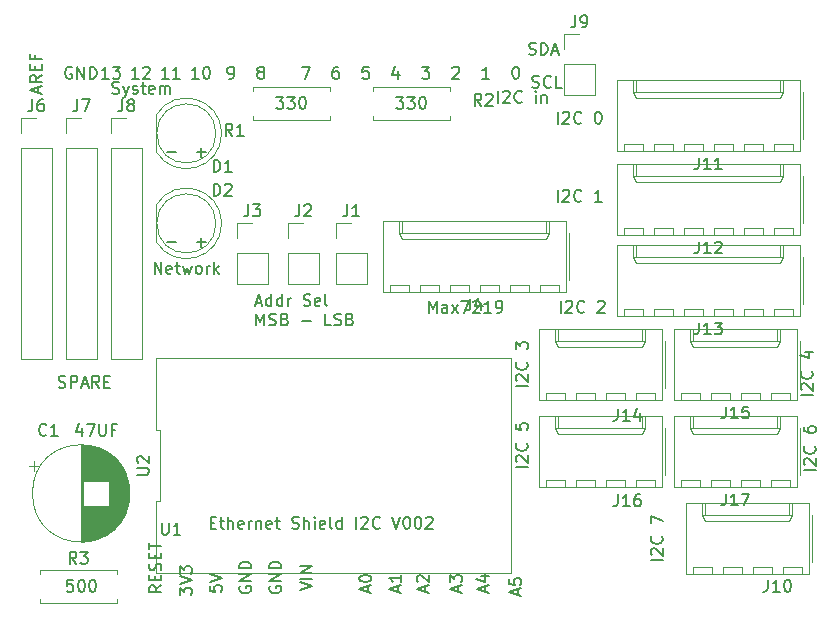
<source format=gbr>
G04 #@! TF.GenerationSoftware,KiCad,Pcbnew,(5.1.5-0-10_14)*
G04 #@! TF.CreationDate,2020-07-20T14:51:16+10:00*
G04 #@! TF.ProjectId,Arduino_NW_I2C,41726475-696e-46f5-9f4e-575f4932432e,rev?*
G04 #@! TF.SameCoordinates,Original*
G04 #@! TF.FileFunction,Legend,Top*
G04 #@! TF.FilePolarity,Positive*
%FSLAX46Y46*%
G04 Gerber Fmt 4.6, Leading zero omitted, Abs format (unit mm)*
G04 Created by KiCad (PCBNEW (5.1.5-0-10_14)) date 2020-07-20 14:51:16*
%MOMM*%
%LPD*%
G04 APERTURE LIST*
%ADD10C,0.150000*%
%ADD11C,0.120000*%
G04 APERTURE END LIST*
D10*
X104045474Y-111212380D02*
X103569283Y-111212380D01*
X103521664Y-111688571D01*
X103569283Y-111640952D01*
X103664521Y-111593333D01*
X103902617Y-111593333D01*
X103997855Y-111640952D01*
X104045474Y-111688571D01*
X104093093Y-111783809D01*
X104093093Y-112021904D01*
X104045474Y-112117142D01*
X103997855Y-112164761D01*
X103902617Y-112212380D01*
X103664521Y-112212380D01*
X103569283Y-112164761D01*
X103521664Y-112117142D01*
X104712140Y-111212380D02*
X104807379Y-111212380D01*
X104902617Y-111260000D01*
X104950236Y-111307619D01*
X104997855Y-111402857D01*
X105045474Y-111593333D01*
X105045474Y-111831428D01*
X104997855Y-112021904D01*
X104950236Y-112117142D01*
X104902617Y-112164761D01*
X104807379Y-112212380D01*
X104712140Y-112212380D01*
X104616902Y-112164761D01*
X104569283Y-112117142D01*
X104521664Y-112021904D01*
X104474045Y-111831428D01*
X104474045Y-111593333D01*
X104521664Y-111402857D01*
X104569283Y-111307619D01*
X104616902Y-111260000D01*
X104712140Y-111212380D01*
X105664521Y-111212380D02*
X105759760Y-111212380D01*
X105854998Y-111260000D01*
X105902617Y-111307619D01*
X105950236Y-111402857D01*
X105997855Y-111593333D01*
X105997855Y-111831428D01*
X105950236Y-112021904D01*
X105902617Y-112117142D01*
X105854998Y-112164761D01*
X105759760Y-112212380D01*
X105664521Y-112212380D01*
X105569283Y-112164761D01*
X105521664Y-112117142D01*
X105474045Y-112021904D01*
X105426426Y-111831428D01*
X105426426Y-111593333D01*
X105474045Y-111402857D01*
X105521664Y-111307619D01*
X105569283Y-111260000D01*
X105664521Y-111212380D01*
X104791664Y-98337714D02*
X104791664Y-99004380D01*
X104553569Y-97956761D02*
X104315474Y-98671047D01*
X104934521Y-98671047D01*
X105220236Y-98004380D02*
X105886902Y-98004380D01*
X105458331Y-99004380D01*
X106267855Y-98004380D02*
X106267855Y-98813904D01*
X106315474Y-98909142D01*
X106363093Y-98956761D01*
X106458331Y-99004380D01*
X106648807Y-99004380D01*
X106744045Y-98956761D01*
X106791664Y-98909142D01*
X106839283Y-98813904D01*
X106839283Y-98004380D01*
X107648807Y-98480571D02*
X107315474Y-98480571D01*
X107315474Y-99004380D02*
X107315474Y-98004380D01*
X107791664Y-98004380D01*
X131414045Y-70318380D02*
X132033093Y-70318380D01*
X131699760Y-70699333D01*
X131842617Y-70699333D01*
X131937855Y-70746952D01*
X131985474Y-70794571D01*
X132033093Y-70889809D01*
X132033093Y-71127904D01*
X131985474Y-71223142D01*
X131937855Y-71270761D01*
X131842617Y-71318380D01*
X131556902Y-71318380D01*
X131461664Y-71270761D01*
X131414045Y-71223142D01*
X132366426Y-70318380D02*
X132985474Y-70318380D01*
X132652140Y-70699333D01*
X132794998Y-70699333D01*
X132890236Y-70746952D01*
X132937855Y-70794571D01*
X132985474Y-70889809D01*
X132985474Y-71127904D01*
X132937855Y-71223142D01*
X132890236Y-71270761D01*
X132794998Y-71318380D01*
X132509283Y-71318380D01*
X132414045Y-71270761D01*
X132366426Y-71223142D01*
X133604521Y-70318380D02*
X133699760Y-70318380D01*
X133794998Y-70366000D01*
X133842617Y-70413619D01*
X133890236Y-70508857D01*
X133937855Y-70699333D01*
X133937855Y-70937428D01*
X133890236Y-71127904D01*
X133842617Y-71223142D01*
X133794998Y-71270761D01*
X133699760Y-71318380D01*
X133604521Y-71318380D01*
X133509283Y-71270761D01*
X133461664Y-71223142D01*
X133414045Y-71127904D01*
X133366426Y-70937428D01*
X133366426Y-70699333D01*
X133414045Y-70508857D01*
X133461664Y-70413619D01*
X133509283Y-70366000D01*
X133604521Y-70318380D01*
X121254045Y-70318380D02*
X121873093Y-70318380D01*
X121539760Y-70699333D01*
X121682617Y-70699333D01*
X121777855Y-70746952D01*
X121825474Y-70794571D01*
X121873093Y-70889809D01*
X121873093Y-71127904D01*
X121825474Y-71223142D01*
X121777855Y-71270761D01*
X121682617Y-71318380D01*
X121396902Y-71318380D01*
X121301664Y-71270761D01*
X121254045Y-71223142D01*
X122206426Y-70318380D02*
X122825474Y-70318380D01*
X122492140Y-70699333D01*
X122634998Y-70699333D01*
X122730236Y-70746952D01*
X122777855Y-70794571D01*
X122825474Y-70889809D01*
X122825474Y-71127904D01*
X122777855Y-71223142D01*
X122730236Y-71270761D01*
X122634998Y-71318380D01*
X122349283Y-71318380D01*
X122254045Y-71270761D01*
X122206426Y-71223142D01*
X123444521Y-70318380D02*
X123539760Y-70318380D01*
X123634998Y-70366000D01*
X123682617Y-70413619D01*
X123730236Y-70508857D01*
X123777855Y-70699333D01*
X123777855Y-70937428D01*
X123730236Y-71127904D01*
X123682617Y-71223142D01*
X123634998Y-71270761D01*
X123539760Y-71318380D01*
X123444521Y-71318380D01*
X123349283Y-71270761D01*
X123301664Y-71223142D01*
X123254045Y-71127904D01*
X123206426Y-70937428D01*
X123206426Y-70699333D01*
X123254045Y-70508857D01*
X123301664Y-70413619D01*
X123349283Y-70366000D01*
X123444521Y-70318380D01*
X114538807Y-82621428D02*
X115300712Y-82621428D01*
X114919760Y-83002380D02*
X114919760Y-82240476D01*
X111998807Y-82621428D02*
X112760712Y-82621428D01*
X114538807Y-75001428D02*
X115300712Y-75001428D01*
X114919760Y-75382380D02*
X114919760Y-74620476D01*
X111998807Y-75001428D02*
X112760712Y-75001428D01*
X142939283Y-69492761D02*
X143082140Y-69540380D01*
X143320236Y-69540380D01*
X143415474Y-69492761D01*
X143463093Y-69445142D01*
X143510712Y-69349904D01*
X143510712Y-69254666D01*
X143463093Y-69159428D01*
X143415474Y-69111809D01*
X143320236Y-69064190D01*
X143129760Y-69016571D01*
X143034521Y-68968952D01*
X142986902Y-68921333D01*
X142939283Y-68826095D01*
X142939283Y-68730857D01*
X142986902Y-68635619D01*
X143034521Y-68588000D01*
X143129760Y-68540380D01*
X143367855Y-68540380D01*
X143510712Y-68588000D01*
X144510712Y-69445142D02*
X144463093Y-69492761D01*
X144320236Y-69540380D01*
X144224998Y-69540380D01*
X144082140Y-69492761D01*
X143986902Y-69397523D01*
X143939283Y-69302285D01*
X143891664Y-69111809D01*
X143891664Y-68968952D01*
X143939283Y-68778476D01*
X143986902Y-68683238D01*
X144082140Y-68588000D01*
X144224998Y-68540380D01*
X144320236Y-68540380D01*
X144463093Y-68588000D01*
X144510712Y-68635619D01*
X145415474Y-69540380D02*
X144939283Y-69540380D01*
X144939283Y-68540380D01*
X142661474Y-66698761D02*
X142804331Y-66746380D01*
X143042426Y-66746380D01*
X143137664Y-66698761D01*
X143185283Y-66651142D01*
X143232902Y-66555904D01*
X143232902Y-66460666D01*
X143185283Y-66365428D01*
X143137664Y-66317809D01*
X143042426Y-66270190D01*
X142851950Y-66222571D01*
X142756712Y-66174952D01*
X142709093Y-66127333D01*
X142661474Y-66032095D01*
X142661474Y-65936857D01*
X142709093Y-65841619D01*
X142756712Y-65794000D01*
X142851950Y-65746380D01*
X143090045Y-65746380D01*
X143232902Y-65794000D01*
X143661474Y-66746380D02*
X143661474Y-65746380D01*
X143899569Y-65746380D01*
X144042426Y-65794000D01*
X144137664Y-65889238D01*
X144185283Y-65984476D01*
X144232902Y-66174952D01*
X144232902Y-66317809D01*
X144185283Y-66508285D01*
X144137664Y-66603523D01*
X144042426Y-66698761D01*
X143899569Y-66746380D01*
X143661474Y-66746380D01*
X144613855Y-66460666D02*
X145090045Y-66460666D01*
X144518617Y-66746380D02*
X144851950Y-65746380D01*
X145185283Y-66746380D01*
X166680140Y-95559333D02*
X165680140Y-95559333D01*
X165775379Y-95130761D02*
X165727760Y-95083142D01*
X165680140Y-94987904D01*
X165680140Y-94749809D01*
X165727760Y-94654571D01*
X165775379Y-94606952D01*
X165870617Y-94559333D01*
X165965855Y-94559333D01*
X166108712Y-94606952D01*
X166680140Y-95178380D01*
X166680140Y-94559333D01*
X166584902Y-93559333D02*
X166632521Y-93606952D01*
X166680140Y-93749809D01*
X166680140Y-93845047D01*
X166632521Y-93987904D01*
X166537283Y-94083142D01*
X166442045Y-94130761D01*
X166251569Y-94178380D01*
X166108712Y-94178380D01*
X165918236Y-94130761D01*
X165822998Y-94083142D01*
X165727760Y-93987904D01*
X165680140Y-93845047D01*
X165680140Y-93749809D01*
X165727760Y-93606952D01*
X165775379Y-93559333D01*
X166013474Y-91940285D02*
X166680140Y-91940285D01*
X165632521Y-92178380D02*
X166346807Y-92416476D01*
X166346807Y-91797428D01*
X166934140Y-101909333D02*
X165934140Y-101909333D01*
X166029379Y-101480761D02*
X165981760Y-101433142D01*
X165934140Y-101337904D01*
X165934140Y-101099809D01*
X165981760Y-101004571D01*
X166029379Y-100956952D01*
X166124617Y-100909333D01*
X166219855Y-100909333D01*
X166362712Y-100956952D01*
X166934140Y-101528380D01*
X166934140Y-100909333D01*
X166838902Y-99909333D02*
X166886521Y-99956952D01*
X166934140Y-100099809D01*
X166934140Y-100195047D01*
X166886521Y-100337904D01*
X166791283Y-100433142D01*
X166696045Y-100480761D01*
X166505569Y-100528380D01*
X166362712Y-100528380D01*
X166172236Y-100480761D01*
X166076998Y-100433142D01*
X165981760Y-100337904D01*
X165934140Y-100195047D01*
X165934140Y-100099809D01*
X165981760Y-99956952D01*
X166029379Y-99909333D01*
X165934140Y-98290285D02*
X165934140Y-98480761D01*
X165981760Y-98576000D01*
X166029379Y-98623619D01*
X166172236Y-98718857D01*
X166362712Y-98766476D01*
X166743664Y-98766476D01*
X166838902Y-98718857D01*
X166886521Y-98671238D01*
X166934140Y-98576000D01*
X166934140Y-98385523D01*
X166886521Y-98290285D01*
X166838902Y-98242666D01*
X166743664Y-98195047D01*
X166505569Y-98195047D01*
X166410331Y-98242666D01*
X166362712Y-98290285D01*
X166315093Y-98385523D01*
X166315093Y-98576000D01*
X166362712Y-98671238D01*
X166410331Y-98718857D01*
X166505569Y-98766476D01*
X153980140Y-109529333D02*
X152980140Y-109529333D01*
X153075379Y-109100761D02*
X153027760Y-109053142D01*
X152980140Y-108957904D01*
X152980140Y-108719809D01*
X153027760Y-108624571D01*
X153075379Y-108576952D01*
X153170617Y-108529333D01*
X153265855Y-108529333D01*
X153408712Y-108576952D01*
X153980140Y-109148380D01*
X153980140Y-108529333D01*
X153884902Y-107529333D02*
X153932521Y-107576952D01*
X153980140Y-107719809D01*
X153980140Y-107815047D01*
X153932521Y-107957904D01*
X153837283Y-108053142D01*
X153742045Y-108100761D01*
X153551569Y-108148380D01*
X153408712Y-108148380D01*
X153218236Y-108100761D01*
X153122998Y-108053142D01*
X153027760Y-107957904D01*
X152980140Y-107815047D01*
X152980140Y-107719809D01*
X153027760Y-107576952D01*
X153075379Y-107529333D01*
X152980140Y-106434095D02*
X152980140Y-105767428D01*
X153980140Y-106196000D01*
X142550140Y-101655333D02*
X141550140Y-101655333D01*
X141645379Y-101226761D02*
X141597760Y-101179142D01*
X141550140Y-101083904D01*
X141550140Y-100845809D01*
X141597760Y-100750571D01*
X141645379Y-100702952D01*
X141740617Y-100655333D01*
X141835855Y-100655333D01*
X141978712Y-100702952D01*
X142550140Y-101274380D01*
X142550140Y-100655333D01*
X142454902Y-99655333D02*
X142502521Y-99702952D01*
X142550140Y-99845809D01*
X142550140Y-99941047D01*
X142502521Y-100083904D01*
X142407283Y-100179142D01*
X142312045Y-100226761D01*
X142121569Y-100274380D01*
X141978712Y-100274380D01*
X141788236Y-100226761D01*
X141692998Y-100179142D01*
X141597760Y-100083904D01*
X141550140Y-99941047D01*
X141550140Y-99845809D01*
X141597760Y-99702952D01*
X141645379Y-99655333D01*
X141550140Y-97988666D02*
X141550140Y-98464857D01*
X142026331Y-98512476D01*
X141978712Y-98464857D01*
X141931093Y-98369619D01*
X141931093Y-98131523D01*
X141978712Y-98036285D01*
X142026331Y-97988666D01*
X142121569Y-97941047D01*
X142359664Y-97941047D01*
X142454902Y-97988666D01*
X142502521Y-98036285D01*
X142550140Y-98131523D01*
X142550140Y-98369619D01*
X142502521Y-98464857D01*
X142454902Y-98512476D01*
X142550140Y-94797333D02*
X141550140Y-94797333D01*
X141645379Y-94368761D02*
X141597760Y-94321142D01*
X141550140Y-94225904D01*
X141550140Y-93987809D01*
X141597760Y-93892571D01*
X141645379Y-93844952D01*
X141740617Y-93797333D01*
X141835855Y-93797333D01*
X141978712Y-93844952D01*
X142550140Y-94416380D01*
X142550140Y-93797333D01*
X142454902Y-92797333D02*
X142502521Y-92844952D01*
X142550140Y-92987809D01*
X142550140Y-93083047D01*
X142502521Y-93225904D01*
X142407283Y-93321142D01*
X142312045Y-93368761D01*
X142121569Y-93416380D01*
X141978712Y-93416380D01*
X141788236Y-93368761D01*
X141692998Y-93321142D01*
X141597760Y-93225904D01*
X141550140Y-93083047D01*
X141550140Y-92987809D01*
X141597760Y-92844952D01*
X141645379Y-92797333D01*
X141550140Y-91702095D02*
X141550140Y-91083047D01*
X141931093Y-91416380D01*
X141931093Y-91273523D01*
X141978712Y-91178285D01*
X142026331Y-91130666D01*
X142121569Y-91083047D01*
X142359664Y-91083047D01*
X142454902Y-91130666D01*
X142502521Y-91178285D01*
X142550140Y-91273523D01*
X142550140Y-91559238D01*
X142502521Y-91654476D01*
X142454902Y-91702095D01*
X145344426Y-88590380D02*
X145344426Y-87590380D01*
X145772998Y-87685619D02*
X145820617Y-87638000D01*
X145915855Y-87590380D01*
X146153950Y-87590380D01*
X146249188Y-87638000D01*
X146296807Y-87685619D01*
X146344426Y-87780857D01*
X146344426Y-87876095D01*
X146296807Y-88018952D01*
X145725379Y-88590380D01*
X146344426Y-88590380D01*
X147344426Y-88495142D02*
X147296807Y-88542761D01*
X147153950Y-88590380D01*
X147058712Y-88590380D01*
X146915855Y-88542761D01*
X146820617Y-88447523D01*
X146772998Y-88352285D01*
X146725379Y-88161809D01*
X146725379Y-88018952D01*
X146772998Y-87828476D01*
X146820617Y-87733238D01*
X146915855Y-87638000D01*
X147058712Y-87590380D01*
X147153950Y-87590380D01*
X147296807Y-87638000D01*
X147344426Y-87685619D01*
X148487283Y-87685619D02*
X148534902Y-87638000D01*
X148630140Y-87590380D01*
X148868236Y-87590380D01*
X148963474Y-87638000D01*
X149011093Y-87685619D01*
X149058712Y-87780857D01*
X149058712Y-87876095D01*
X149011093Y-88018952D01*
X148439664Y-88590380D01*
X149058712Y-88590380D01*
X145090426Y-79192380D02*
X145090426Y-78192380D01*
X145518998Y-78287619D02*
X145566617Y-78240000D01*
X145661855Y-78192380D01*
X145899950Y-78192380D01*
X145995188Y-78240000D01*
X146042807Y-78287619D01*
X146090426Y-78382857D01*
X146090426Y-78478095D01*
X146042807Y-78620952D01*
X145471379Y-79192380D01*
X146090426Y-79192380D01*
X147090426Y-79097142D02*
X147042807Y-79144761D01*
X146899950Y-79192380D01*
X146804712Y-79192380D01*
X146661855Y-79144761D01*
X146566617Y-79049523D01*
X146518998Y-78954285D01*
X146471379Y-78763809D01*
X146471379Y-78620952D01*
X146518998Y-78430476D01*
X146566617Y-78335238D01*
X146661855Y-78240000D01*
X146804712Y-78192380D01*
X146899950Y-78192380D01*
X147042807Y-78240000D01*
X147090426Y-78287619D01*
X148804712Y-79192380D02*
X148233283Y-79192380D01*
X148518998Y-79192380D02*
X148518998Y-78192380D01*
X148423760Y-78335238D01*
X148328521Y-78430476D01*
X148233283Y-78478095D01*
X145090426Y-72588380D02*
X145090426Y-71588380D01*
X145518998Y-71683619D02*
X145566617Y-71636000D01*
X145661855Y-71588380D01*
X145899950Y-71588380D01*
X145995188Y-71636000D01*
X146042807Y-71683619D01*
X146090426Y-71778857D01*
X146090426Y-71874095D01*
X146042807Y-72016952D01*
X145471379Y-72588380D01*
X146090426Y-72588380D01*
X147090426Y-72493142D02*
X147042807Y-72540761D01*
X146899950Y-72588380D01*
X146804712Y-72588380D01*
X146661855Y-72540761D01*
X146566617Y-72445523D01*
X146518998Y-72350285D01*
X146471379Y-72159809D01*
X146471379Y-72016952D01*
X146518998Y-71826476D01*
X146566617Y-71731238D01*
X146661855Y-71636000D01*
X146804712Y-71588380D01*
X146899950Y-71588380D01*
X147042807Y-71636000D01*
X147090426Y-71683619D01*
X148471379Y-71588380D02*
X148566617Y-71588380D01*
X148661855Y-71636000D01*
X148709474Y-71683619D01*
X148757093Y-71778857D01*
X148804712Y-71969333D01*
X148804712Y-72207428D01*
X148757093Y-72397904D01*
X148709474Y-72493142D01*
X148661855Y-72540761D01*
X148566617Y-72588380D01*
X148471379Y-72588380D01*
X148376140Y-72540761D01*
X148328521Y-72493142D01*
X148280902Y-72397904D01*
X148233283Y-72207428D01*
X148233283Y-71969333D01*
X148280902Y-71778857D01*
X148328521Y-71683619D01*
X148376140Y-71636000D01*
X148471379Y-71588380D01*
X140050140Y-70810380D02*
X140050140Y-69810380D01*
X140478712Y-69905619D02*
X140526331Y-69858000D01*
X140621569Y-69810380D01*
X140859664Y-69810380D01*
X140954902Y-69858000D01*
X141002521Y-69905619D01*
X141050140Y-70000857D01*
X141050140Y-70096095D01*
X141002521Y-70238952D01*
X140431093Y-70810380D01*
X141050140Y-70810380D01*
X142050140Y-70715142D02*
X142002521Y-70762761D01*
X141859664Y-70810380D01*
X141764426Y-70810380D01*
X141621569Y-70762761D01*
X141526331Y-70667523D01*
X141478712Y-70572285D01*
X141431093Y-70381809D01*
X141431093Y-70238952D01*
X141478712Y-70048476D01*
X141526331Y-69953238D01*
X141621569Y-69858000D01*
X141764426Y-69810380D01*
X141859664Y-69810380D01*
X142002521Y-69858000D01*
X142050140Y-69905619D01*
X143240617Y-70810380D02*
X143240617Y-70143714D01*
X143240617Y-69810380D02*
X143192998Y-69858000D01*
X143240617Y-69905619D01*
X143288236Y-69858000D01*
X143240617Y-69810380D01*
X143240617Y-69905619D01*
X143716807Y-70143714D02*
X143716807Y-70810380D01*
X143716807Y-70238952D02*
X143764426Y-70191333D01*
X143859664Y-70143714D01*
X144002521Y-70143714D01*
X144097760Y-70191333D01*
X144145379Y-70286571D01*
X144145379Y-70810380D01*
X107387379Y-70000761D02*
X107530236Y-70048380D01*
X107768331Y-70048380D01*
X107863569Y-70000761D01*
X107911188Y-69953142D01*
X107958807Y-69857904D01*
X107958807Y-69762666D01*
X107911188Y-69667428D01*
X107863569Y-69619809D01*
X107768331Y-69572190D01*
X107577855Y-69524571D01*
X107482617Y-69476952D01*
X107434998Y-69429333D01*
X107387379Y-69334095D01*
X107387379Y-69238857D01*
X107434998Y-69143619D01*
X107482617Y-69096000D01*
X107577855Y-69048380D01*
X107815950Y-69048380D01*
X107958807Y-69096000D01*
X108292140Y-69381714D02*
X108530236Y-70048380D01*
X108768331Y-69381714D02*
X108530236Y-70048380D01*
X108434998Y-70286476D01*
X108387379Y-70334095D01*
X108292140Y-70381714D01*
X109101664Y-70000761D02*
X109196902Y-70048380D01*
X109387379Y-70048380D01*
X109482617Y-70000761D01*
X109530236Y-69905523D01*
X109530236Y-69857904D01*
X109482617Y-69762666D01*
X109387379Y-69715047D01*
X109244521Y-69715047D01*
X109149283Y-69667428D01*
X109101664Y-69572190D01*
X109101664Y-69524571D01*
X109149283Y-69429333D01*
X109244521Y-69381714D01*
X109387379Y-69381714D01*
X109482617Y-69429333D01*
X109815950Y-69381714D02*
X110196902Y-69381714D01*
X109958807Y-69048380D02*
X109958807Y-69905523D01*
X110006426Y-70000761D01*
X110101664Y-70048380D01*
X110196902Y-70048380D01*
X110911188Y-70000761D02*
X110815950Y-70048380D01*
X110625474Y-70048380D01*
X110530236Y-70000761D01*
X110482617Y-69905523D01*
X110482617Y-69524571D01*
X110530236Y-69429333D01*
X110625474Y-69381714D01*
X110815950Y-69381714D01*
X110911188Y-69429333D01*
X110958807Y-69524571D01*
X110958807Y-69619809D01*
X110482617Y-69715047D01*
X111387379Y-70048380D02*
X111387379Y-69381714D01*
X111387379Y-69476952D02*
X111434998Y-69429333D01*
X111530236Y-69381714D01*
X111673093Y-69381714D01*
X111768331Y-69429333D01*
X111815950Y-69524571D01*
X111815950Y-70048380D01*
X111815950Y-69524571D02*
X111863569Y-69429333D01*
X111958807Y-69381714D01*
X112101664Y-69381714D01*
X112196902Y-69429333D01*
X112244521Y-69524571D01*
X112244521Y-70048380D01*
X110959283Y-85288380D02*
X110959283Y-84288380D01*
X111530712Y-85288380D01*
X111530712Y-84288380D01*
X112387855Y-85240761D02*
X112292617Y-85288380D01*
X112102140Y-85288380D01*
X112006902Y-85240761D01*
X111959283Y-85145523D01*
X111959283Y-84764571D01*
X112006902Y-84669333D01*
X112102140Y-84621714D01*
X112292617Y-84621714D01*
X112387855Y-84669333D01*
X112435474Y-84764571D01*
X112435474Y-84859809D01*
X111959283Y-84955047D01*
X112721188Y-84621714D02*
X113102140Y-84621714D01*
X112864045Y-84288380D02*
X112864045Y-85145523D01*
X112911664Y-85240761D01*
X113006902Y-85288380D01*
X113102140Y-85288380D01*
X113340236Y-84621714D02*
X113530712Y-85288380D01*
X113721188Y-84812190D01*
X113911664Y-85288380D01*
X114102140Y-84621714D01*
X114625950Y-85288380D02*
X114530712Y-85240761D01*
X114483093Y-85193142D01*
X114435474Y-85097904D01*
X114435474Y-84812190D01*
X114483093Y-84716952D01*
X114530712Y-84669333D01*
X114625950Y-84621714D01*
X114768807Y-84621714D01*
X114864045Y-84669333D01*
X114911664Y-84716952D01*
X114959283Y-84812190D01*
X114959283Y-85097904D01*
X114911664Y-85193142D01*
X114864045Y-85240761D01*
X114768807Y-85288380D01*
X114625950Y-85288380D01*
X115387855Y-85288380D02*
X115387855Y-84621714D01*
X115387855Y-84812190D02*
X115435474Y-84716952D01*
X115483093Y-84669333D01*
X115578331Y-84621714D01*
X115673569Y-84621714D01*
X116006902Y-85288380D02*
X116006902Y-84288380D01*
X116102140Y-84907428D02*
X116387855Y-85288380D01*
X116387855Y-84621714D02*
X116006902Y-85002666D01*
X134176521Y-88590380D02*
X134176521Y-87590380D01*
X134509855Y-88304666D01*
X134843188Y-87590380D01*
X134843188Y-88590380D01*
X135747950Y-88590380D02*
X135747950Y-88066571D01*
X135700331Y-87971333D01*
X135605093Y-87923714D01*
X135414617Y-87923714D01*
X135319379Y-87971333D01*
X135747950Y-88542761D02*
X135652712Y-88590380D01*
X135414617Y-88590380D01*
X135319379Y-88542761D01*
X135271760Y-88447523D01*
X135271760Y-88352285D01*
X135319379Y-88257047D01*
X135414617Y-88209428D01*
X135652712Y-88209428D01*
X135747950Y-88161809D01*
X136128902Y-88590380D02*
X136652712Y-87923714D01*
X136128902Y-87923714D02*
X136652712Y-88590380D01*
X136938426Y-87590380D02*
X137605093Y-87590380D01*
X137176521Y-88590380D01*
X137938426Y-87685619D02*
X137986045Y-87638000D01*
X138081283Y-87590380D01*
X138319379Y-87590380D01*
X138414617Y-87638000D01*
X138462236Y-87685619D01*
X138509855Y-87780857D01*
X138509855Y-87876095D01*
X138462236Y-88018952D01*
X137890807Y-88590380D01*
X138509855Y-88590380D01*
X139462236Y-88590380D02*
X138890807Y-88590380D01*
X139176521Y-88590380D02*
X139176521Y-87590380D01*
X139081283Y-87733238D01*
X138986045Y-87828476D01*
X138890807Y-87876095D01*
X139938426Y-88590380D02*
X140128902Y-88590380D01*
X140224140Y-88542761D01*
X140271760Y-88495142D01*
X140366998Y-88352285D01*
X140414617Y-88161809D01*
X140414617Y-87780857D01*
X140366998Y-87685619D01*
X140319379Y-87638000D01*
X140224140Y-87590380D01*
X140033664Y-87590380D01*
X139938426Y-87638000D01*
X139890807Y-87685619D01*
X139843188Y-87780857D01*
X139843188Y-88018952D01*
X139890807Y-88114190D01*
X139938426Y-88161809D01*
X140033664Y-88209428D01*
X140224140Y-88209428D01*
X140319379Y-88161809D01*
X140366998Y-88114190D01*
X140414617Y-88018952D01*
X115698807Y-106354571D02*
X116032140Y-106354571D01*
X116174998Y-106878380D02*
X115698807Y-106878380D01*
X115698807Y-105878380D01*
X116174998Y-105878380D01*
X116460712Y-106211714D02*
X116841664Y-106211714D01*
X116603569Y-105878380D02*
X116603569Y-106735523D01*
X116651188Y-106830761D01*
X116746426Y-106878380D01*
X116841664Y-106878380D01*
X117174998Y-106878380D02*
X117174998Y-105878380D01*
X117603569Y-106878380D02*
X117603569Y-106354571D01*
X117555950Y-106259333D01*
X117460712Y-106211714D01*
X117317855Y-106211714D01*
X117222617Y-106259333D01*
X117174998Y-106306952D01*
X118460712Y-106830761D02*
X118365474Y-106878380D01*
X118174998Y-106878380D01*
X118079760Y-106830761D01*
X118032140Y-106735523D01*
X118032140Y-106354571D01*
X118079760Y-106259333D01*
X118174998Y-106211714D01*
X118365474Y-106211714D01*
X118460712Y-106259333D01*
X118508331Y-106354571D01*
X118508331Y-106449809D01*
X118032140Y-106545047D01*
X118936902Y-106878380D02*
X118936902Y-106211714D01*
X118936902Y-106402190D02*
X118984521Y-106306952D01*
X119032140Y-106259333D01*
X119127379Y-106211714D01*
X119222617Y-106211714D01*
X119555950Y-106211714D02*
X119555950Y-106878380D01*
X119555950Y-106306952D02*
X119603569Y-106259333D01*
X119698807Y-106211714D01*
X119841664Y-106211714D01*
X119936902Y-106259333D01*
X119984521Y-106354571D01*
X119984521Y-106878380D01*
X120841664Y-106830761D02*
X120746426Y-106878380D01*
X120555950Y-106878380D01*
X120460712Y-106830761D01*
X120413093Y-106735523D01*
X120413093Y-106354571D01*
X120460712Y-106259333D01*
X120555950Y-106211714D01*
X120746426Y-106211714D01*
X120841664Y-106259333D01*
X120889283Y-106354571D01*
X120889283Y-106449809D01*
X120413093Y-106545047D01*
X121174998Y-106211714D02*
X121555950Y-106211714D01*
X121317855Y-105878380D02*
X121317855Y-106735523D01*
X121365474Y-106830761D01*
X121460712Y-106878380D01*
X121555950Y-106878380D01*
X122603569Y-106830761D02*
X122746426Y-106878380D01*
X122984521Y-106878380D01*
X123079760Y-106830761D01*
X123127379Y-106783142D01*
X123174998Y-106687904D01*
X123174998Y-106592666D01*
X123127379Y-106497428D01*
X123079760Y-106449809D01*
X122984521Y-106402190D01*
X122794045Y-106354571D01*
X122698807Y-106306952D01*
X122651188Y-106259333D01*
X122603569Y-106164095D01*
X122603569Y-106068857D01*
X122651188Y-105973619D01*
X122698807Y-105926000D01*
X122794045Y-105878380D01*
X123032140Y-105878380D01*
X123174998Y-105926000D01*
X123603569Y-106878380D02*
X123603569Y-105878380D01*
X124032140Y-106878380D02*
X124032140Y-106354571D01*
X123984521Y-106259333D01*
X123889283Y-106211714D01*
X123746426Y-106211714D01*
X123651188Y-106259333D01*
X123603569Y-106306952D01*
X124508331Y-106878380D02*
X124508331Y-106211714D01*
X124508331Y-105878380D02*
X124460712Y-105926000D01*
X124508331Y-105973619D01*
X124555950Y-105926000D01*
X124508331Y-105878380D01*
X124508331Y-105973619D01*
X125365474Y-106830761D02*
X125270236Y-106878380D01*
X125079760Y-106878380D01*
X124984521Y-106830761D01*
X124936902Y-106735523D01*
X124936902Y-106354571D01*
X124984521Y-106259333D01*
X125079760Y-106211714D01*
X125270236Y-106211714D01*
X125365474Y-106259333D01*
X125413093Y-106354571D01*
X125413093Y-106449809D01*
X124936902Y-106545047D01*
X125984521Y-106878380D02*
X125889283Y-106830761D01*
X125841664Y-106735523D01*
X125841664Y-105878380D01*
X126794045Y-106878380D02*
X126794045Y-105878380D01*
X126794045Y-106830761D02*
X126698807Y-106878380D01*
X126508331Y-106878380D01*
X126413093Y-106830761D01*
X126365474Y-106783142D01*
X126317855Y-106687904D01*
X126317855Y-106402190D01*
X126365474Y-106306952D01*
X126413093Y-106259333D01*
X126508331Y-106211714D01*
X126698807Y-106211714D01*
X126794045Y-106259333D01*
X128032140Y-106878380D02*
X128032140Y-105878380D01*
X128460712Y-105973619D02*
X128508331Y-105926000D01*
X128603569Y-105878380D01*
X128841664Y-105878380D01*
X128936902Y-105926000D01*
X128984521Y-105973619D01*
X129032140Y-106068857D01*
X129032140Y-106164095D01*
X128984521Y-106306952D01*
X128413093Y-106878380D01*
X129032140Y-106878380D01*
X130032140Y-106783142D02*
X129984521Y-106830761D01*
X129841664Y-106878380D01*
X129746426Y-106878380D01*
X129603569Y-106830761D01*
X129508331Y-106735523D01*
X129460712Y-106640285D01*
X129413093Y-106449809D01*
X129413093Y-106306952D01*
X129460712Y-106116476D01*
X129508331Y-106021238D01*
X129603569Y-105926000D01*
X129746426Y-105878380D01*
X129841664Y-105878380D01*
X129984521Y-105926000D01*
X130032140Y-105973619D01*
X131079760Y-105878380D02*
X131413093Y-106878380D01*
X131746426Y-105878380D01*
X132270236Y-105878380D02*
X132365474Y-105878380D01*
X132460712Y-105926000D01*
X132508331Y-105973619D01*
X132555950Y-106068857D01*
X132603569Y-106259333D01*
X132603569Y-106497428D01*
X132555950Y-106687904D01*
X132508331Y-106783142D01*
X132460712Y-106830761D01*
X132365474Y-106878380D01*
X132270236Y-106878380D01*
X132174998Y-106830761D01*
X132127379Y-106783142D01*
X132079760Y-106687904D01*
X132032140Y-106497428D01*
X132032140Y-106259333D01*
X132079760Y-106068857D01*
X132127379Y-105973619D01*
X132174998Y-105926000D01*
X132270236Y-105878380D01*
X133222617Y-105878380D02*
X133317855Y-105878380D01*
X133413093Y-105926000D01*
X133460712Y-105973619D01*
X133508331Y-106068857D01*
X133555950Y-106259333D01*
X133555950Y-106497428D01*
X133508331Y-106687904D01*
X133460712Y-106783142D01*
X133413093Y-106830761D01*
X133317855Y-106878380D01*
X133222617Y-106878380D01*
X133127379Y-106830761D01*
X133079760Y-106783142D01*
X133032140Y-106687904D01*
X132984521Y-106497428D01*
X132984521Y-106259333D01*
X133032140Y-106068857D01*
X133079760Y-105973619D01*
X133127379Y-105926000D01*
X133222617Y-105878380D01*
X133936902Y-105973619D02*
X133984521Y-105926000D01*
X134079760Y-105878380D01*
X134317855Y-105878380D01*
X134413093Y-105926000D01*
X134460712Y-105973619D01*
X134508331Y-106068857D01*
X134508331Y-106164095D01*
X134460712Y-106306952D01*
X133889283Y-106878380D01*
X134508331Y-106878380D01*
X119525736Y-87733666D02*
X120001926Y-87733666D01*
X119430498Y-88019380D02*
X119763831Y-87019380D01*
X120097164Y-88019380D01*
X120859069Y-88019380D02*
X120859069Y-87019380D01*
X120859069Y-87971761D02*
X120763831Y-88019380D01*
X120573355Y-88019380D01*
X120478117Y-87971761D01*
X120430498Y-87924142D01*
X120382879Y-87828904D01*
X120382879Y-87543190D01*
X120430498Y-87447952D01*
X120478117Y-87400333D01*
X120573355Y-87352714D01*
X120763831Y-87352714D01*
X120859069Y-87400333D01*
X121763831Y-88019380D02*
X121763831Y-87019380D01*
X121763831Y-87971761D02*
X121668593Y-88019380D01*
X121478117Y-88019380D01*
X121382879Y-87971761D01*
X121335260Y-87924142D01*
X121287640Y-87828904D01*
X121287640Y-87543190D01*
X121335260Y-87447952D01*
X121382879Y-87400333D01*
X121478117Y-87352714D01*
X121668593Y-87352714D01*
X121763831Y-87400333D01*
X122240021Y-88019380D02*
X122240021Y-87352714D01*
X122240021Y-87543190D02*
X122287640Y-87447952D01*
X122335260Y-87400333D01*
X122430498Y-87352714D01*
X122525736Y-87352714D01*
X123573355Y-87971761D02*
X123716212Y-88019380D01*
X123954307Y-88019380D01*
X124049545Y-87971761D01*
X124097164Y-87924142D01*
X124144783Y-87828904D01*
X124144783Y-87733666D01*
X124097164Y-87638428D01*
X124049545Y-87590809D01*
X123954307Y-87543190D01*
X123763831Y-87495571D01*
X123668593Y-87447952D01*
X123620974Y-87400333D01*
X123573355Y-87305095D01*
X123573355Y-87209857D01*
X123620974Y-87114619D01*
X123668593Y-87067000D01*
X123763831Y-87019380D01*
X124001926Y-87019380D01*
X124144783Y-87067000D01*
X124954307Y-87971761D02*
X124859069Y-88019380D01*
X124668593Y-88019380D01*
X124573355Y-87971761D01*
X124525736Y-87876523D01*
X124525736Y-87495571D01*
X124573355Y-87400333D01*
X124668593Y-87352714D01*
X124859069Y-87352714D01*
X124954307Y-87400333D01*
X125001926Y-87495571D01*
X125001926Y-87590809D01*
X124525736Y-87686047D01*
X125573355Y-88019380D02*
X125478117Y-87971761D01*
X125430498Y-87876523D01*
X125430498Y-87019380D01*
X119573355Y-89669380D02*
X119573355Y-88669380D01*
X119906688Y-89383666D01*
X120240021Y-88669380D01*
X120240021Y-89669380D01*
X120668593Y-89621761D02*
X120811450Y-89669380D01*
X121049545Y-89669380D01*
X121144783Y-89621761D01*
X121192402Y-89574142D01*
X121240021Y-89478904D01*
X121240021Y-89383666D01*
X121192402Y-89288428D01*
X121144783Y-89240809D01*
X121049545Y-89193190D01*
X120859069Y-89145571D01*
X120763831Y-89097952D01*
X120716212Y-89050333D01*
X120668593Y-88955095D01*
X120668593Y-88859857D01*
X120716212Y-88764619D01*
X120763831Y-88717000D01*
X120859069Y-88669380D01*
X121097164Y-88669380D01*
X121240021Y-88717000D01*
X122001926Y-89145571D02*
X122144783Y-89193190D01*
X122192402Y-89240809D01*
X122240021Y-89336047D01*
X122240021Y-89478904D01*
X122192402Y-89574142D01*
X122144783Y-89621761D01*
X122049545Y-89669380D01*
X121668593Y-89669380D01*
X121668593Y-88669380D01*
X122001926Y-88669380D01*
X122097164Y-88717000D01*
X122144783Y-88764619D01*
X122192402Y-88859857D01*
X122192402Y-88955095D01*
X122144783Y-89050333D01*
X122097164Y-89097952D01*
X122001926Y-89145571D01*
X121668593Y-89145571D01*
X123430498Y-89288428D02*
X124192402Y-89288428D01*
X125906688Y-89669380D02*
X125430498Y-89669380D01*
X125430498Y-88669380D01*
X126192402Y-89621761D02*
X126335260Y-89669380D01*
X126573355Y-89669380D01*
X126668593Y-89621761D01*
X126716212Y-89574142D01*
X126763831Y-89478904D01*
X126763831Y-89383666D01*
X126716212Y-89288428D01*
X126668593Y-89240809D01*
X126573355Y-89193190D01*
X126382879Y-89145571D01*
X126287640Y-89097952D01*
X126240021Y-89050333D01*
X126192402Y-88955095D01*
X126192402Y-88859857D01*
X126240021Y-88764619D01*
X126287640Y-88717000D01*
X126382879Y-88669380D01*
X126620974Y-88669380D01*
X126763831Y-88717000D01*
X127525736Y-89145571D02*
X127668593Y-89193190D01*
X127716212Y-89240809D01*
X127763831Y-89336047D01*
X127763831Y-89478904D01*
X127716212Y-89574142D01*
X127668593Y-89621761D01*
X127573355Y-89669380D01*
X127192402Y-89669380D01*
X127192402Y-88669380D01*
X127525736Y-88669380D01*
X127620974Y-88717000D01*
X127668593Y-88764619D01*
X127716212Y-88859857D01*
X127716212Y-88955095D01*
X127668593Y-89050333D01*
X127620974Y-89097952D01*
X127525736Y-89145571D01*
X127192402Y-89145571D01*
X102847093Y-94892761D02*
X102989950Y-94940380D01*
X103228045Y-94940380D01*
X103323283Y-94892761D01*
X103370902Y-94845142D01*
X103418521Y-94749904D01*
X103418521Y-94654666D01*
X103370902Y-94559428D01*
X103323283Y-94511809D01*
X103228045Y-94464190D01*
X103037569Y-94416571D01*
X102942331Y-94368952D01*
X102894712Y-94321333D01*
X102847093Y-94226095D01*
X102847093Y-94130857D01*
X102894712Y-94035619D01*
X102942331Y-93988000D01*
X103037569Y-93940380D01*
X103275664Y-93940380D01*
X103418521Y-93988000D01*
X103847093Y-94940380D02*
X103847093Y-93940380D01*
X104228045Y-93940380D01*
X104323283Y-93988000D01*
X104370902Y-94035619D01*
X104418521Y-94130857D01*
X104418521Y-94273714D01*
X104370902Y-94368952D01*
X104323283Y-94416571D01*
X104228045Y-94464190D01*
X103847093Y-94464190D01*
X104799474Y-94654666D02*
X105275664Y-94654666D01*
X104704236Y-94940380D02*
X105037569Y-93940380D01*
X105370902Y-94940380D01*
X106275664Y-94940380D02*
X105942331Y-94464190D01*
X105704236Y-94940380D02*
X105704236Y-93940380D01*
X106085188Y-93940380D01*
X106180426Y-93988000D01*
X106228045Y-94035619D01*
X106275664Y-94130857D01*
X106275664Y-94273714D01*
X106228045Y-94368952D01*
X106180426Y-94416571D01*
X106085188Y-94464190D01*
X105704236Y-94464190D01*
X106704236Y-94416571D02*
X107037569Y-94416571D01*
X107180426Y-94940380D02*
X106704236Y-94940380D01*
X106704236Y-93940380D01*
X107180426Y-93940380D01*
D11*
X150696000Y-88282000D02*
X150696000Y-88882000D01*
X152296000Y-88282000D02*
X150696000Y-88282000D01*
X152296000Y-88882000D02*
X152296000Y-88282000D01*
X153236000Y-88282000D02*
X153236000Y-88882000D01*
X154836000Y-88282000D02*
X153236000Y-88282000D01*
X154836000Y-88882000D02*
X154836000Y-88282000D01*
X155776000Y-88282000D02*
X155776000Y-88882000D01*
X157376000Y-88282000D02*
X155776000Y-88282000D01*
X157376000Y-88882000D02*
X157376000Y-88282000D01*
X158316000Y-88282000D02*
X158316000Y-88882000D01*
X159916000Y-88282000D02*
X158316000Y-88282000D01*
X159916000Y-88882000D02*
X159916000Y-88282000D01*
X160856000Y-88282000D02*
X160856000Y-88882000D01*
X162456000Y-88282000D02*
X160856000Y-88282000D01*
X162456000Y-88882000D02*
X162456000Y-88282000D01*
X163396000Y-88282000D02*
X163396000Y-88882000D01*
X164996000Y-88282000D02*
X163396000Y-88282000D01*
X164996000Y-88882000D02*
X164996000Y-88282000D01*
X151746000Y-82862000D02*
X151746000Y-83862000D01*
X163946000Y-82862000D02*
X163946000Y-83862000D01*
X151746000Y-84392000D02*
X151496000Y-83862000D01*
X163946000Y-84392000D02*
X151746000Y-84392000D01*
X164196000Y-83862000D02*
X163946000Y-84392000D01*
X151496000Y-83862000D02*
X151496000Y-82862000D01*
X164196000Y-83862000D02*
X151496000Y-83862000D01*
X164196000Y-82862000D02*
X164196000Y-83862000D01*
X165866000Y-87852000D02*
X165866000Y-83852000D01*
X150116000Y-88882000D02*
X165576000Y-88882000D01*
X150116000Y-82862000D02*
X150116000Y-88882000D01*
X165576000Y-82862000D02*
X150116000Y-82862000D01*
X165576000Y-88882000D02*
X165576000Y-82862000D01*
X107776000Y-113130000D02*
X107776000Y-112800000D01*
X101236000Y-113130000D02*
X107776000Y-113130000D01*
X101236000Y-112800000D02*
X101236000Y-113130000D01*
X107776000Y-110390000D02*
X107776000Y-110720000D01*
X101236000Y-110390000D02*
X107776000Y-110390000D01*
X101236000Y-110720000D02*
X101236000Y-110390000D01*
X135970000Y-72236000D02*
X135970000Y-71906000D01*
X129430000Y-72236000D02*
X135970000Y-72236000D01*
X129430000Y-71906000D02*
X129430000Y-72236000D01*
X135970000Y-69496000D02*
X135970000Y-69826000D01*
X129430000Y-69496000D02*
X135970000Y-69496000D01*
X129430000Y-69826000D02*
X129430000Y-69496000D01*
X125810000Y-72236000D02*
X125810000Y-71906000D01*
X119270000Y-72236000D02*
X125810000Y-72236000D01*
X119270000Y-71906000D02*
X119270000Y-72236000D01*
X125810000Y-69496000D02*
X125810000Y-69826000D01*
X119270000Y-69496000D02*
X125810000Y-69496000D01*
X119270000Y-69826000D02*
X119270000Y-69496000D01*
X145594000Y-64964000D02*
X146924000Y-64964000D01*
X145594000Y-66294000D02*
X145594000Y-64964000D01*
X145594000Y-67564000D02*
X148254000Y-67564000D01*
X148254000Y-67564000D02*
X148254000Y-70164000D01*
X145594000Y-67564000D02*
X145594000Y-70164000D01*
X145594000Y-70164000D02*
X148254000Y-70164000D01*
X107240000Y-72076000D02*
X108570000Y-72076000D01*
X107240000Y-73406000D02*
X107240000Y-72076000D01*
X107240000Y-74676000D02*
X109900000Y-74676000D01*
X109900000Y-74676000D02*
X109900000Y-92516000D01*
X107240000Y-74676000D02*
X107240000Y-92516000D01*
X107240000Y-92516000D02*
X109900000Y-92516000D01*
X103430000Y-72076000D02*
X104760000Y-72076000D01*
X103430000Y-73406000D02*
X103430000Y-72076000D01*
X103430000Y-74676000D02*
X106090000Y-74676000D01*
X106090000Y-74676000D02*
X106090000Y-92516000D01*
X103430000Y-74676000D02*
X103430000Y-92516000D01*
X103430000Y-92516000D02*
X106090000Y-92516000D01*
X99620000Y-72076000D02*
X100950000Y-72076000D01*
X99620000Y-73406000D02*
X99620000Y-72076000D01*
X99620000Y-74676000D02*
X102280000Y-74676000D01*
X102280000Y-74676000D02*
X102280000Y-92516000D01*
X99620000Y-74676000D02*
X99620000Y-92516000D01*
X99620000Y-92516000D02*
X102280000Y-92516000D01*
X155522000Y-102760000D02*
X155522000Y-103360000D01*
X157122000Y-102760000D02*
X155522000Y-102760000D01*
X157122000Y-103360000D02*
X157122000Y-102760000D01*
X158062000Y-102760000D02*
X158062000Y-103360000D01*
X159662000Y-102760000D02*
X158062000Y-102760000D01*
X159662000Y-103360000D02*
X159662000Y-102760000D01*
X160602000Y-102760000D02*
X160602000Y-103360000D01*
X162202000Y-102760000D02*
X160602000Y-102760000D01*
X162202000Y-103360000D02*
X162202000Y-102760000D01*
X163142000Y-102760000D02*
X163142000Y-103360000D01*
X164742000Y-102760000D02*
X163142000Y-102760000D01*
X164742000Y-103360000D02*
X164742000Y-102760000D01*
X156572000Y-97340000D02*
X156572000Y-98340000D01*
X163692000Y-97340000D02*
X163692000Y-98340000D01*
X156572000Y-98870000D02*
X156322000Y-98340000D01*
X163692000Y-98870000D02*
X156572000Y-98870000D01*
X163942000Y-98340000D02*
X163692000Y-98870000D01*
X156322000Y-98340000D02*
X156322000Y-97340000D01*
X163942000Y-98340000D02*
X156322000Y-98340000D01*
X163942000Y-97340000D02*
X163942000Y-98340000D01*
X165612000Y-102330000D02*
X165612000Y-98330000D01*
X154942000Y-103360000D02*
X165322000Y-103360000D01*
X154942000Y-97340000D02*
X154942000Y-103360000D01*
X165322000Y-97340000D02*
X154942000Y-97340000D01*
X165322000Y-103360000D02*
X165322000Y-97340000D01*
X144092000Y-102760000D02*
X144092000Y-103360000D01*
X145692000Y-102760000D02*
X144092000Y-102760000D01*
X145692000Y-103360000D02*
X145692000Y-102760000D01*
X146632000Y-102760000D02*
X146632000Y-103360000D01*
X148232000Y-102760000D02*
X146632000Y-102760000D01*
X148232000Y-103360000D02*
X148232000Y-102760000D01*
X149172000Y-102760000D02*
X149172000Y-103360000D01*
X150772000Y-102760000D02*
X149172000Y-102760000D01*
X150772000Y-103360000D02*
X150772000Y-102760000D01*
X151712000Y-102760000D02*
X151712000Y-103360000D01*
X153312000Y-102760000D02*
X151712000Y-102760000D01*
X153312000Y-103360000D02*
X153312000Y-102760000D01*
X145142000Y-97340000D02*
X145142000Y-98340000D01*
X152262000Y-97340000D02*
X152262000Y-98340000D01*
X145142000Y-98870000D02*
X144892000Y-98340000D01*
X152262000Y-98870000D02*
X145142000Y-98870000D01*
X152512000Y-98340000D02*
X152262000Y-98870000D01*
X144892000Y-98340000D02*
X144892000Y-97340000D01*
X152512000Y-98340000D02*
X144892000Y-98340000D01*
X152512000Y-97340000D02*
X152512000Y-98340000D01*
X154182000Y-102330000D02*
X154182000Y-98330000D01*
X143512000Y-103360000D02*
X153892000Y-103360000D01*
X143512000Y-97340000D02*
X143512000Y-103360000D01*
X153892000Y-97340000D02*
X143512000Y-97340000D01*
X153892000Y-103360000D02*
X153892000Y-97340000D01*
X155522000Y-95394000D02*
X155522000Y-95994000D01*
X157122000Y-95394000D02*
X155522000Y-95394000D01*
X157122000Y-95994000D02*
X157122000Y-95394000D01*
X158062000Y-95394000D02*
X158062000Y-95994000D01*
X159662000Y-95394000D02*
X158062000Y-95394000D01*
X159662000Y-95994000D02*
X159662000Y-95394000D01*
X160602000Y-95394000D02*
X160602000Y-95994000D01*
X162202000Y-95394000D02*
X160602000Y-95394000D01*
X162202000Y-95994000D02*
X162202000Y-95394000D01*
X163142000Y-95394000D02*
X163142000Y-95994000D01*
X164742000Y-95394000D02*
X163142000Y-95394000D01*
X164742000Y-95994000D02*
X164742000Y-95394000D01*
X156572000Y-89974000D02*
X156572000Y-90974000D01*
X163692000Y-89974000D02*
X163692000Y-90974000D01*
X156572000Y-91504000D02*
X156322000Y-90974000D01*
X163692000Y-91504000D02*
X156572000Y-91504000D01*
X163942000Y-90974000D02*
X163692000Y-91504000D01*
X156322000Y-90974000D02*
X156322000Y-89974000D01*
X163942000Y-90974000D02*
X156322000Y-90974000D01*
X163942000Y-89974000D02*
X163942000Y-90974000D01*
X165612000Y-94964000D02*
X165612000Y-90964000D01*
X154942000Y-95994000D02*
X165322000Y-95994000D01*
X154942000Y-89974000D02*
X154942000Y-95994000D01*
X165322000Y-89974000D02*
X154942000Y-89974000D01*
X165322000Y-95994000D02*
X165322000Y-89974000D01*
X144092000Y-95394000D02*
X144092000Y-95994000D01*
X145692000Y-95394000D02*
X144092000Y-95394000D01*
X145692000Y-95994000D02*
X145692000Y-95394000D01*
X146632000Y-95394000D02*
X146632000Y-95994000D01*
X148232000Y-95394000D02*
X146632000Y-95394000D01*
X148232000Y-95994000D02*
X148232000Y-95394000D01*
X149172000Y-95394000D02*
X149172000Y-95994000D01*
X150772000Y-95394000D02*
X149172000Y-95394000D01*
X150772000Y-95994000D02*
X150772000Y-95394000D01*
X151712000Y-95394000D02*
X151712000Y-95994000D01*
X153312000Y-95394000D02*
X151712000Y-95394000D01*
X153312000Y-95994000D02*
X153312000Y-95394000D01*
X145142000Y-89974000D02*
X145142000Y-90974000D01*
X152262000Y-89974000D02*
X152262000Y-90974000D01*
X145142000Y-91504000D02*
X144892000Y-90974000D01*
X152262000Y-91504000D02*
X145142000Y-91504000D01*
X152512000Y-90974000D02*
X152262000Y-91504000D01*
X144892000Y-90974000D02*
X144892000Y-89974000D01*
X152512000Y-90974000D02*
X144892000Y-90974000D01*
X152512000Y-89974000D02*
X152512000Y-90974000D01*
X154182000Y-94964000D02*
X154182000Y-90964000D01*
X143512000Y-95994000D02*
X153892000Y-95994000D01*
X143512000Y-89974000D02*
X143512000Y-95994000D01*
X153892000Y-89974000D02*
X143512000Y-89974000D01*
X153892000Y-95994000D02*
X153892000Y-89974000D01*
X130884000Y-86250000D02*
X130884000Y-86850000D01*
X132484000Y-86250000D02*
X130884000Y-86250000D01*
X132484000Y-86850000D02*
X132484000Y-86250000D01*
X133424000Y-86250000D02*
X133424000Y-86850000D01*
X135024000Y-86250000D02*
X133424000Y-86250000D01*
X135024000Y-86850000D02*
X135024000Y-86250000D01*
X135964000Y-86250000D02*
X135964000Y-86850000D01*
X137564000Y-86250000D02*
X135964000Y-86250000D01*
X137564000Y-86850000D02*
X137564000Y-86250000D01*
X138504000Y-86250000D02*
X138504000Y-86850000D01*
X140104000Y-86250000D02*
X138504000Y-86250000D01*
X140104000Y-86850000D02*
X140104000Y-86250000D01*
X141044000Y-86250000D02*
X141044000Y-86850000D01*
X142644000Y-86250000D02*
X141044000Y-86250000D01*
X142644000Y-86850000D02*
X142644000Y-86250000D01*
X143584000Y-86250000D02*
X143584000Y-86850000D01*
X145184000Y-86250000D02*
X143584000Y-86250000D01*
X145184000Y-86850000D02*
X145184000Y-86250000D01*
X131934000Y-80830000D02*
X131934000Y-81830000D01*
X144134000Y-80830000D02*
X144134000Y-81830000D01*
X131934000Y-82360000D02*
X131684000Y-81830000D01*
X144134000Y-82360000D02*
X131934000Y-82360000D01*
X144384000Y-81830000D02*
X144134000Y-82360000D01*
X131684000Y-81830000D02*
X131684000Y-80830000D01*
X144384000Y-81830000D02*
X131684000Y-81830000D01*
X144384000Y-80830000D02*
X144384000Y-81830000D01*
X146054000Y-85820000D02*
X146054000Y-81820000D01*
X130304000Y-86850000D02*
X145764000Y-86850000D01*
X130304000Y-80830000D02*
X130304000Y-86850000D01*
X145764000Y-80830000D02*
X130304000Y-80830000D01*
X145764000Y-86850000D02*
X145764000Y-80830000D01*
X150696000Y-81424000D02*
X150696000Y-82024000D01*
X152296000Y-81424000D02*
X150696000Y-81424000D01*
X152296000Y-82024000D02*
X152296000Y-81424000D01*
X153236000Y-81424000D02*
X153236000Y-82024000D01*
X154836000Y-81424000D02*
X153236000Y-81424000D01*
X154836000Y-82024000D02*
X154836000Y-81424000D01*
X155776000Y-81424000D02*
X155776000Y-82024000D01*
X157376000Y-81424000D02*
X155776000Y-81424000D01*
X157376000Y-82024000D02*
X157376000Y-81424000D01*
X158316000Y-81424000D02*
X158316000Y-82024000D01*
X159916000Y-81424000D02*
X158316000Y-81424000D01*
X159916000Y-82024000D02*
X159916000Y-81424000D01*
X160856000Y-81424000D02*
X160856000Y-82024000D01*
X162456000Y-81424000D02*
X160856000Y-81424000D01*
X162456000Y-82024000D02*
X162456000Y-81424000D01*
X163396000Y-81424000D02*
X163396000Y-82024000D01*
X164996000Y-81424000D02*
X163396000Y-81424000D01*
X164996000Y-82024000D02*
X164996000Y-81424000D01*
X151746000Y-76004000D02*
X151746000Y-77004000D01*
X163946000Y-76004000D02*
X163946000Y-77004000D01*
X151746000Y-77534000D02*
X151496000Y-77004000D01*
X163946000Y-77534000D02*
X151746000Y-77534000D01*
X164196000Y-77004000D02*
X163946000Y-77534000D01*
X151496000Y-77004000D02*
X151496000Y-76004000D01*
X164196000Y-77004000D02*
X151496000Y-77004000D01*
X164196000Y-76004000D02*
X164196000Y-77004000D01*
X165866000Y-80994000D02*
X165866000Y-76994000D01*
X150116000Y-82024000D02*
X165576000Y-82024000D01*
X150116000Y-76004000D02*
X150116000Y-82024000D01*
X165576000Y-76004000D02*
X150116000Y-76004000D01*
X165576000Y-82024000D02*
X165576000Y-76004000D01*
X150696000Y-74312000D02*
X150696000Y-74912000D01*
X152296000Y-74312000D02*
X150696000Y-74312000D01*
X152296000Y-74912000D02*
X152296000Y-74312000D01*
X153236000Y-74312000D02*
X153236000Y-74912000D01*
X154836000Y-74312000D02*
X153236000Y-74312000D01*
X154836000Y-74912000D02*
X154836000Y-74312000D01*
X155776000Y-74312000D02*
X155776000Y-74912000D01*
X157376000Y-74312000D02*
X155776000Y-74312000D01*
X157376000Y-74912000D02*
X157376000Y-74312000D01*
X158316000Y-74312000D02*
X158316000Y-74912000D01*
X159916000Y-74312000D02*
X158316000Y-74312000D01*
X159916000Y-74912000D02*
X159916000Y-74312000D01*
X160856000Y-74312000D02*
X160856000Y-74912000D01*
X162456000Y-74312000D02*
X160856000Y-74312000D01*
X162456000Y-74912000D02*
X162456000Y-74312000D01*
X163396000Y-74312000D02*
X163396000Y-74912000D01*
X164996000Y-74312000D02*
X163396000Y-74312000D01*
X164996000Y-74912000D02*
X164996000Y-74312000D01*
X151746000Y-68892000D02*
X151746000Y-69892000D01*
X163946000Y-68892000D02*
X163946000Y-69892000D01*
X151746000Y-70422000D02*
X151496000Y-69892000D01*
X163946000Y-70422000D02*
X151746000Y-70422000D01*
X164196000Y-69892000D02*
X163946000Y-70422000D01*
X151496000Y-69892000D02*
X151496000Y-68892000D01*
X164196000Y-69892000D02*
X151496000Y-69892000D01*
X164196000Y-68892000D02*
X164196000Y-69892000D01*
X165866000Y-73882000D02*
X165866000Y-69882000D01*
X150116000Y-74912000D02*
X165576000Y-74912000D01*
X150116000Y-68892000D02*
X150116000Y-74912000D01*
X165576000Y-68892000D02*
X150116000Y-68892000D01*
X165576000Y-74912000D02*
X165576000Y-68892000D01*
X156538000Y-110126000D02*
X156538000Y-110726000D01*
X158138000Y-110126000D02*
X156538000Y-110126000D01*
X158138000Y-110726000D02*
X158138000Y-110126000D01*
X159078000Y-110126000D02*
X159078000Y-110726000D01*
X160678000Y-110126000D02*
X159078000Y-110126000D01*
X160678000Y-110726000D02*
X160678000Y-110126000D01*
X161618000Y-110126000D02*
X161618000Y-110726000D01*
X163218000Y-110126000D02*
X161618000Y-110126000D01*
X163218000Y-110726000D02*
X163218000Y-110126000D01*
X164158000Y-110126000D02*
X164158000Y-110726000D01*
X165758000Y-110126000D02*
X164158000Y-110126000D01*
X165758000Y-110726000D02*
X165758000Y-110126000D01*
X157588000Y-104706000D02*
X157588000Y-105706000D01*
X164708000Y-104706000D02*
X164708000Y-105706000D01*
X157588000Y-106236000D02*
X157338000Y-105706000D01*
X164708000Y-106236000D02*
X157588000Y-106236000D01*
X164958000Y-105706000D02*
X164708000Y-106236000D01*
X157338000Y-105706000D02*
X157338000Y-104706000D01*
X164958000Y-105706000D02*
X157338000Y-105706000D01*
X164958000Y-104706000D02*
X164958000Y-105706000D01*
X166628000Y-109696000D02*
X166628000Y-105696000D01*
X155958000Y-110726000D02*
X166338000Y-110726000D01*
X155958000Y-104706000D02*
X155958000Y-110726000D01*
X166338000Y-104706000D02*
X155958000Y-104706000D01*
X166338000Y-110726000D02*
X166338000Y-104706000D01*
X117908000Y-80966000D02*
X119238000Y-80966000D01*
X117908000Y-82296000D02*
X117908000Y-80966000D01*
X117908000Y-83566000D02*
X120568000Y-83566000D01*
X120568000Y-83566000D02*
X120568000Y-86166000D01*
X117908000Y-83566000D02*
X117908000Y-86166000D01*
X117908000Y-86166000D02*
X120568000Y-86166000D01*
X122226000Y-80966000D02*
X123556000Y-80966000D01*
X122226000Y-82296000D02*
X122226000Y-80966000D01*
X122226000Y-83566000D02*
X124886000Y-83566000D01*
X124886000Y-83566000D02*
X124886000Y-86166000D01*
X122226000Y-83566000D02*
X122226000Y-86166000D01*
X122226000Y-86166000D02*
X124886000Y-86166000D01*
X126290000Y-80966000D02*
X127620000Y-80966000D01*
X126290000Y-82296000D02*
X126290000Y-80966000D01*
X126290000Y-83566000D02*
X128950000Y-83566000D01*
X128950000Y-83566000D02*
X128950000Y-86166000D01*
X126290000Y-83566000D02*
X126290000Y-86166000D01*
X126290000Y-86166000D02*
X128950000Y-86166000D01*
X111040000Y-104565999D02*
X111040000Y-110646000D01*
X111400000Y-104565999D02*
X111040000Y-104565999D01*
X111400000Y-98486000D02*
X111400000Y-104565999D01*
X111040000Y-98486000D02*
X111400000Y-98486000D01*
X111040000Y-92406000D02*
X111040000Y-98486000D01*
X141180000Y-92406000D02*
X111040000Y-92406000D01*
X141180000Y-110646000D02*
X141180000Y-92406000D01*
X111040000Y-110646000D02*
X141180000Y-110646000D01*
X111090000Y-79481000D02*
X111090000Y-82571000D01*
X116150000Y-81026000D02*
G75*
G03X116150000Y-81026000I-2500000J0D01*
G01*
X116640000Y-81025538D02*
G75*
G02X111090000Y-82570830I-2990000J-462D01*
G01*
X116640000Y-81026462D02*
G75*
G03X111090000Y-79481170I-2990000J462D01*
G01*
X111090000Y-71861000D02*
X111090000Y-74951000D01*
X116150000Y-73406000D02*
G75*
G03X116150000Y-73406000I-2500000J0D01*
G01*
X116640000Y-73405538D02*
G75*
G02X111090000Y-74950830I-2990000J-462D01*
G01*
X116640000Y-73406462D02*
G75*
G03X111090000Y-71861170I-2990000J462D01*
G01*
X108860000Y-103886000D02*
G75*
G03X108860000Y-103886000I-4120000J0D01*
G01*
X104740000Y-99806000D02*
X104740000Y-107966000D01*
X104780000Y-99806000D02*
X104780000Y-107966000D01*
X104820000Y-99806000D02*
X104820000Y-107966000D01*
X104860000Y-99807000D02*
X104860000Y-107965000D01*
X104900000Y-99809000D02*
X104900000Y-107963000D01*
X104940000Y-99810000D02*
X104940000Y-107962000D01*
X104980000Y-99812000D02*
X104980000Y-102846000D01*
X104980000Y-104926000D02*
X104980000Y-107960000D01*
X105020000Y-99815000D02*
X105020000Y-102846000D01*
X105020000Y-104926000D02*
X105020000Y-107957000D01*
X105060000Y-99818000D02*
X105060000Y-102846000D01*
X105060000Y-104926000D02*
X105060000Y-107954000D01*
X105100000Y-99821000D02*
X105100000Y-102846000D01*
X105100000Y-104926000D02*
X105100000Y-107951000D01*
X105140000Y-99825000D02*
X105140000Y-102846000D01*
X105140000Y-104926000D02*
X105140000Y-107947000D01*
X105180000Y-99829000D02*
X105180000Y-102846000D01*
X105180000Y-104926000D02*
X105180000Y-107943000D01*
X105220000Y-99834000D02*
X105220000Y-102846000D01*
X105220000Y-104926000D02*
X105220000Y-107938000D01*
X105260000Y-99838000D02*
X105260000Y-102846000D01*
X105260000Y-104926000D02*
X105260000Y-107934000D01*
X105300000Y-99844000D02*
X105300000Y-102846000D01*
X105300000Y-104926000D02*
X105300000Y-107928000D01*
X105340000Y-99849000D02*
X105340000Y-102846000D01*
X105340000Y-104926000D02*
X105340000Y-107923000D01*
X105380000Y-99856000D02*
X105380000Y-102846000D01*
X105380000Y-104926000D02*
X105380000Y-107916000D01*
X105420000Y-99862000D02*
X105420000Y-102846000D01*
X105420000Y-104926000D02*
X105420000Y-107910000D01*
X105461000Y-99869000D02*
X105461000Y-102846000D01*
X105461000Y-104926000D02*
X105461000Y-107903000D01*
X105501000Y-99876000D02*
X105501000Y-102846000D01*
X105501000Y-104926000D02*
X105501000Y-107896000D01*
X105541000Y-99884000D02*
X105541000Y-102846000D01*
X105541000Y-104926000D02*
X105541000Y-107888000D01*
X105581000Y-99892000D02*
X105581000Y-102846000D01*
X105581000Y-104926000D02*
X105581000Y-107880000D01*
X105621000Y-99901000D02*
X105621000Y-102846000D01*
X105621000Y-104926000D02*
X105621000Y-107871000D01*
X105661000Y-99910000D02*
X105661000Y-102846000D01*
X105661000Y-104926000D02*
X105661000Y-107862000D01*
X105701000Y-99919000D02*
X105701000Y-102846000D01*
X105701000Y-104926000D02*
X105701000Y-107853000D01*
X105741000Y-99929000D02*
X105741000Y-102846000D01*
X105741000Y-104926000D02*
X105741000Y-107843000D01*
X105781000Y-99939000D02*
X105781000Y-102846000D01*
X105781000Y-104926000D02*
X105781000Y-107833000D01*
X105821000Y-99950000D02*
X105821000Y-102846000D01*
X105821000Y-104926000D02*
X105821000Y-107822000D01*
X105861000Y-99961000D02*
X105861000Y-102846000D01*
X105861000Y-104926000D02*
X105861000Y-107811000D01*
X105901000Y-99972000D02*
X105901000Y-102846000D01*
X105901000Y-104926000D02*
X105901000Y-107800000D01*
X105941000Y-99984000D02*
X105941000Y-102846000D01*
X105941000Y-104926000D02*
X105941000Y-107788000D01*
X105981000Y-99997000D02*
X105981000Y-102846000D01*
X105981000Y-104926000D02*
X105981000Y-107775000D01*
X106021000Y-100009000D02*
X106021000Y-102846000D01*
X106021000Y-104926000D02*
X106021000Y-107763000D01*
X106061000Y-100023000D02*
X106061000Y-102846000D01*
X106061000Y-104926000D02*
X106061000Y-107749000D01*
X106101000Y-100036000D02*
X106101000Y-102846000D01*
X106101000Y-104926000D02*
X106101000Y-107736000D01*
X106141000Y-100051000D02*
X106141000Y-102846000D01*
X106141000Y-104926000D02*
X106141000Y-107721000D01*
X106181000Y-100065000D02*
X106181000Y-102846000D01*
X106181000Y-104926000D02*
X106181000Y-107707000D01*
X106221000Y-100081000D02*
X106221000Y-102846000D01*
X106221000Y-104926000D02*
X106221000Y-107691000D01*
X106261000Y-100096000D02*
X106261000Y-102846000D01*
X106261000Y-104926000D02*
X106261000Y-107676000D01*
X106301000Y-100112000D02*
X106301000Y-102846000D01*
X106301000Y-104926000D02*
X106301000Y-107660000D01*
X106341000Y-100129000D02*
X106341000Y-102846000D01*
X106341000Y-104926000D02*
X106341000Y-107643000D01*
X106381000Y-100146000D02*
X106381000Y-102846000D01*
X106381000Y-104926000D02*
X106381000Y-107626000D01*
X106421000Y-100164000D02*
X106421000Y-102846000D01*
X106421000Y-104926000D02*
X106421000Y-107608000D01*
X106461000Y-100182000D02*
X106461000Y-102846000D01*
X106461000Y-104926000D02*
X106461000Y-107590000D01*
X106501000Y-100200000D02*
X106501000Y-102846000D01*
X106501000Y-104926000D02*
X106501000Y-107572000D01*
X106541000Y-100220000D02*
X106541000Y-102846000D01*
X106541000Y-104926000D02*
X106541000Y-107552000D01*
X106581000Y-100239000D02*
X106581000Y-102846000D01*
X106581000Y-104926000D02*
X106581000Y-107533000D01*
X106621000Y-100259000D02*
X106621000Y-102846000D01*
X106621000Y-104926000D02*
X106621000Y-107513000D01*
X106661000Y-100280000D02*
X106661000Y-102846000D01*
X106661000Y-104926000D02*
X106661000Y-107492000D01*
X106701000Y-100302000D02*
X106701000Y-102846000D01*
X106701000Y-104926000D02*
X106701000Y-107470000D01*
X106741000Y-100324000D02*
X106741000Y-102846000D01*
X106741000Y-104926000D02*
X106741000Y-107448000D01*
X106781000Y-100346000D02*
X106781000Y-102846000D01*
X106781000Y-104926000D02*
X106781000Y-107426000D01*
X106821000Y-100369000D02*
X106821000Y-102846000D01*
X106821000Y-104926000D02*
X106821000Y-107403000D01*
X106861000Y-100393000D02*
X106861000Y-102846000D01*
X106861000Y-104926000D02*
X106861000Y-107379000D01*
X106901000Y-100417000D02*
X106901000Y-102846000D01*
X106901000Y-104926000D02*
X106901000Y-107355000D01*
X106941000Y-100442000D02*
X106941000Y-102846000D01*
X106941000Y-104926000D02*
X106941000Y-107330000D01*
X106981000Y-100468000D02*
X106981000Y-102846000D01*
X106981000Y-104926000D02*
X106981000Y-107304000D01*
X107021000Y-100494000D02*
X107021000Y-102846000D01*
X107021000Y-104926000D02*
X107021000Y-107278000D01*
X107061000Y-100521000D02*
X107061000Y-107251000D01*
X107101000Y-100548000D02*
X107101000Y-107224000D01*
X107141000Y-100577000D02*
X107141000Y-107195000D01*
X107181000Y-100606000D02*
X107181000Y-107166000D01*
X107221000Y-100636000D02*
X107221000Y-107136000D01*
X107261000Y-100666000D02*
X107261000Y-107106000D01*
X107301000Y-100697000D02*
X107301000Y-107075000D01*
X107341000Y-100730000D02*
X107341000Y-107042000D01*
X107381000Y-100762000D02*
X107381000Y-107010000D01*
X107421000Y-100796000D02*
X107421000Y-106976000D01*
X107461000Y-100831000D02*
X107461000Y-106941000D01*
X107501000Y-100867000D02*
X107501000Y-106905000D01*
X107541000Y-100903000D02*
X107541000Y-106869000D01*
X107581000Y-100941000D02*
X107581000Y-106831000D01*
X107621000Y-100979000D02*
X107621000Y-106793000D01*
X107661000Y-101019000D02*
X107661000Y-106753000D01*
X107701000Y-101060000D02*
X107701000Y-106712000D01*
X107741000Y-101102000D02*
X107741000Y-106670000D01*
X107781000Y-101145000D02*
X107781000Y-106627000D01*
X107821000Y-101189000D02*
X107821000Y-106583000D01*
X107861000Y-101235000D02*
X107861000Y-106537000D01*
X107901000Y-101282000D02*
X107901000Y-106490000D01*
X107941000Y-101330000D02*
X107941000Y-106442000D01*
X107981000Y-101381000D02*
X107981000Y-106391000D01*
X108021000Y-101432000D02*
X108021000Y-106340000D01*
X108061000Y-101486000D02*
X108061000Y-106286000D01*
X108101000Y-101541000D02*
X108101000Y-106231000D01*
X108141000Y-101599000D02*
X108141000Y-106173000D01*
X108181000Y-101658000D02*
X108181000Y-106114000D01*
X108221000Y-101720000D02*
X108221000Y-106052000D01*
X108261000Y-101784000D02*
X108261000Y-105988000D01*
X108301000Y-101852000D02*
X108301000Y-105920000D01*
X108341000Y-101922000D02*
X108341000Y-105850000D01*
X108381000Y-101996000D02*
X108381000Y-105776000D01*
X108421000Y-102073000D02*
X108421000Y-105699000D01*
X108461000Y-102155000D02*
X108461000Y-105617000D01*
X108501000Y-102241000D02*
X108501000Y-105531000D01*
X108541000Y-102334000D02*
X108541000Y-105438000D01*
X108581000Y-102433000D02*
X108581000Y-105339000D01*
X108621000Y-102540000D02*
X108621000Y-105232000D01*
X108661000Y-102657000D02*
X108661000Y-105115000D01*
X108701000Y-102788000D02*
X108701000Y-104984000D01*
X108741000Y-102938000D02*
X108741000Y-104834000D01*
X108781000Y-103118000D02*
X108781000Y-104654000D01*
X108821000Y-103353000D02*
X108821000Y-104419000D01*
X100330302Y-101571000D02*
X101130302Y-101571000D01*
X100730302Y-101171000D02*
X100730302Y-101971000D01*
D10*
X157036476Y-89424380D02*
X157036476Y-90138666D01*
X156988857Y-90281523D01*
X156893619Y-90376761D01*
X156750761Y-90424380D01*
X156655523Y-90424380D01*
X158036476Y-90424380D02*
X157465047Y-90424380D01*
X157750761Y-90424380D02*
X157750761Y-89424380D01*
X157655523Y-89567238D01*
X157560285Y-89662476D01*
X157465047Y-89710095D01*
X158369809Y-89424380D02*
X158988857Y-89424380D01*
X158655523Y-89805333D01*
X158798380Y-89805333D01*
X158893619Y-89852952D01*
X158941238Y-89900571D01*
X158988857Y-89995809D01*
X158988857Y-90233904D01*
X158941238Y-90329142D01*
X158893619Y-90376761D01*
X158798380Y-90424380D01*
X158512666Y-90424380D01*
X158417428Y-90376761D01*
X158369809Y-90329142D01*
X104339333Y-109842380D02*
X104006000Y-109366190D01*
X103767904Y-109842380D02*
X103767904Y-108842380D01*
X104148857Y-108842380D01*
X104244095Y-108890000D01*
X104291714Y-108937619D01*
X104339333Y-109032857D01*
X104339333Y-109175714D01*
X104291714Y-109270952D01*
X104244095Y-109318571D01*
X104148857Y-109366190D01*
X103767904Y-109366190D01*
X104672666Y-108842380D02*
X105291714Y-108842380D01*
X104958380Y-109223333D01*
X105101238Y-109223333D01*
X105196476Y-109270952D01*
X105244095Y-109318571D01*
X105291714Y-109413809D01*
X105291714Y-109651904D01*
X105244095Y-109747142D01*
X105196476Y-109794761D01*
X105101238Y-109842380D01*
X104815523Y-109842380D01*
X104720285Y-109794761D01*
X104672666Y-109747142D01*
X138629333Y-71064380D02*
X138296000Y-70588190D01*
X138057904Y-71064380D02*
X138057904Y-70064380D01*
X138438857Y-70064380D01*
X138534095Y-70112000D01*
X138581714Y-70159619D01*
X138629333Y-70254857D01*
X138629333Y-70397714D01*
X138581714Y-70492952D01*
X138534095Y-70540571D01*
X138438857Y-70588190D01*
X138057904Y-70588190D01*
X139010285Y-70159619D02*
X139057904Y-70112000D01*
X139153142Y-70064380D01*
X139391238Y-70064380D01*
X139486476Y-70112000D01*
X139534095Y-70159619D01*
X139581714Y-70254857D01*
X139581714Y-70350095D01*
X139534095Y-70492952D01*
X138962666Y-71064380D01*
X139581714Y-71064380D01*
X117547093Y-73604380D02*
X117213760Y-73128190D01*
X116975664Y-73604380D02*
X116975664Y-72604380D01*
X117356617Y-72604380D01*
X117451855Y-72652000D01*
X117499474Y-72699619D01*
X117547093Y-72794857D01*
X117547093Y-72937714D01*
X117499474Y-73032952D01*
X117451855Y-73080571D01*
X117356617Y-73128190D01*
X116975664Y-73128190D01*
X118499474Y-73604380D02*
X117928045Y-73604380D01*
X118213760Y-73604380D02*
X118213760Y-72604380D01*
X118118521Y-72747238D01*
X118023283Y-72842476D01*
X117928045Y-72890095D01*
X146590666Y-63416380D02*
X146590666Y-64130666D01*
X146543047Y-64273523D01*
X146447809Y-64368761D01*
X146304952Y-64416380D01*
X146209714Y-64416380D01*
X147114476Y-64416380D02*
X147304952Y-64416380D01*
X147400190Y-64368761D01*
X147447809Y-64321142D01*
X147543047Y-64178285D01*
X147590666Y-63987809D01*
X147590666Y-63606857D01*
X147543047Y-63511619D01*
X147495428Y-63464000D01*
X147400190Y-63416380D01*
X147209714Y-63416380D01*
X147114476Y-63464000D01*
X147066857Y-63511619D01*
X147019238Y-63606857D01*
X147019238Y-63844952D01*
X147066857Y-63940190D01*
X147114476Y-63987809D01*
X147209714Y-64035428D01*
X147400190Y-64035428D01*
X147495428Y-63987809D01*
X147543047Y-63940190D01*
X147590666Y-63844952D01*
X108236666Y-70528380D02*
X108236666Y-71242666D01*
X108189047Y-71385523D01*
X108093809Y-71480761D01*
X107950952Y-71528380D01*
X107855714Y-71528380D01*
X108855714Y-70956952D02*
X108760476Y-70909333D01*
X108712857Y-70861714D01*
X108665238Y-70766476D01*
X108665238Y-70718857D01*
X108712857Y-70623619D01*
X108760476Y-70576000D01*
X108855714Y-70528380D01*
X109046190Y-70528380D01*
X109141428Y-70576000D01*
X109189047Y-70623619D01*
X109236666Y-70718857D01*
X109236666Y-70766476D01*
X109189047Y-70861714D01*
X109141428Y-70909333D01*
X109046190Y-70956952D01*
X108855714Y-70956952D01*
X108760476Y-71004571D01*
X108712857Y-71052190D01*
X108665238Y-71147428D01*
X108665238Y-71337904D01*
X108712857Y-71433142D01*
X108760476Y-71480761D01*
X108855714Y-71528380D01*
X109046190Y-71528380D01*
X109141428Y-71480761D01*
X109189047Y-71433142D01*
X109236666Y-71337904D01*
X109236666Y-71147428D01*
X109189047Y-71052190D01*
X109141428Y-71004571D01*
X109046190Y-70956952D01*
X104426666Y-70528380D02*
X104426666Y-71242666D01*
X104379047Y-71385523D01*
X104283809Y-71480761D01*
X104140952Y-71528380D01*
X104045714Y-71528380D01*
X104807619Y-70528380D02*
X105474285Y-70528380D01*
X105045714Y-71528380D01*
X100616666Y-70528380D02*
X100616666Y-71242666D01*
X100569047Y-71385523D01*
X100473809Y-71480761D01*
X100330952Y-71528380D01*
X100235714Y-71528380D01*
X101521428Y-70528380D02*
X101330952Y-70528380D01*
X101235714Y-70576000D01*
X101188095Y-70623619D01*
X101092857Y-70766476D01*
X101045238Y-70956952D01*
X101045238Y-71337904D01*
X101092857Y-71433142D01*
X101140476Y-71480761D01*
X101235714Y-71528380D01*
X101426190Y-71528380D01*
X101521428Y-71480761D01*
X101569047Y-71433142D01*
X101616666Y-71337904D01*
X101616666Y-71099809D01*
X101569047Y-71004571D01*
X101521428Y-70956952D01*
X101426190Y-70909333D01*
X101235714Y-70909333D01*
X101140476Y-70956952D01*
X101092857Y-71004571D01*
X101045238Y-71099809D01*
X159322476Y-103902380D02*
X159322476Y-104616666D01*
X159274857Y-104759523D01*
X159179619Y-104854761D01*
X159036761Y-104902380D01*
X158941523Y-104902380D01*
X160322476Y-104902380D02*
X159751047Y-104902380D01*
X160036761Y-104902380D02*
X160036761Y-103902380D01*
X159941523Y-104045238D01*
X159846285Y-104140476D01*
X159751047Y-104188095D01*
X160655809Y-103902380D02*
X161322476Y-103902380D01*
X160893904Y-104902380D01*
X150178476Y-103973620D02*
X150178476Y-104687906D01*
X150130857Y-104830763D01*
X150035619Y-104926001D01*
X149892761Y-104973620D01*
X149797523Y-104973620D01*
X151178476Y-104973620D02*
X150607047Y-104973620D01*
X150892761Y-104973620D02*
X150892761Y-103973620D01*
X150797523Y-104116478D01*
X150702285Y-104211716D01*
X150607047Y-104259335D01*
X152035619Y-103973620D02*
X151845142Y-103973620D01*
X151749904Y-104021240D01*
X151702285Y-104068859D01*
X151607047Y-104211716D01*
X151559428Y-104402192D01*
X151559428Y-104783144D01*
X151607047Y-104878382D01*
X151654666Y-104926001D01*
X151749904Y-104973620D01*
X151940380Y-104973620D01*
X152035619Y-104926001D01*
X152083238Y-104878382D01*
X152130857Y-104783144D01*
X152130857Y-104545049D01*
X152083238Y-104449811D01*
X152035619Y-104402192D01*
X151940380Y-104354573D01*
X151749904Y-104354573D01*
X151654666Y-104402192D01*
X151607047Y-104449811D01*
X151559428Y-104545049D01*
X159322476Y-96536380D02*
X159322476Y-97250666D01*
X159274857Y-97393523D01*
X159179619Y-97488761D01*
X159036761Y-97536380D01*
X158941523Y-97536380D01*
X160322476Y-97536380D02*
X159751047Y-97536380D01*
X160036761Y-97536380D02*
X160036761Y-96536380D01*
X159941523Y-96679238D01*
X159846285Y-96774476D01*
X159751047Y-96822095D01*
X161227238Y-96536380D02*
X160751047Y-96536380D01*
X160703428Y-97012571D01*
X160751047Y-96964952D01*
X160846285Y-96917333D01*
X161084380Y-96917333D01*
X161179619Y-96964952D01*
X161227238Y-97012571D01*
X161274857Y-97107809D01*
X161274857Y-97345904D01*
X161227238Y-97441142D01*
X161179619Y-97488761D01*
X161084380Y-97536380D01*
X160846285Y-97536380D01*
X160751047Y-97488761D01*
X160703428Y-97441142D01*
X150178476Y-96734620D02*
X150178476Y-97448906D01*
X150130857Y-97591763D01*
X150035619Y-97687001D01*
X149892761Y-97734620D01*
X149797523Y-97734620D01*
X151178476Y-97734620D02*
X150607047Y-97734620D01*
X150892761Y-97734620D02*
X150892761Y-96734620D01*
X150797523Y-96877478D01*
X150702285Y-96972716D01*
X150607047Y-97020335D01*
X152035619Y-97067954D02*
X152035619Y-97734620D01*
X151797523Y-96687001D02*
X151559428Y-97401287D01*
X152178476Y-97401287D01*
X137700666Y-87392380D02*
X137700666Y-88106666D01*
X137653047Y-88249523D01*
X137557809Y-88344761D01*
X137414952Y-88392380D01*
X137319714Y-88392380D01*
X138605428Y-87725714D02*
X138605428Y-88392380D01*
X138367333Y-87344761D02*
X138129238Y-88059047D01*
X138748285Y-88059047D01*
X157036476Y-82566380D02*
X157036476Y-83280666D01*
X156988857Y-83423523D01*
X156893619Y-83518761D01*
X156750761Y-83566380D01*
X156655523Y-83566380D01*
X158036476Y-83566380D02*
X157465047Y-83566380D01*
X157750761Y-83566380D02*
X157750761Y-82566380D01*
X157655523Y-82709238D01*
X157560285Y-82804476D01*
X157465047Y-82852095D01*
X158417428Y-82661619D02*
X158465047Y-82614000D01*
X158560285Y-82566380D01*
X158798380Y-82566380D01*
X158893619Y-82614000D01*
X158941238Y-82661619D01*
X158988857Y-82756857D01*
X158988857Y-82852095D01*
X158941238Y-82994952D01*
X158369809Y-83566380D01*
X158988857Y-83566380D01*
X157036476Y-75454380D02*
X157036476Y-76168666D01*
X156988857Y-76311523D01*
X156893619Y-76406761D01*
X156750761Y-76454380D01*
X156655523Y-76454380D01*
X158036476Y-76454380D02*
X157465047Y-76454380D01*
X157750761Y-76454380D02*
X157750761Y-75454380D01*
X157655523Y-75597238D01*
X157560285Y-75692476D01*
X157465047Y-75740095D01*
X158988857Y-76454380D02*
X158417428Y-76454380D01*
X158703142Y-76454380D02*
X158703142Y-75454380D01*
X158607904Y-75597238D01*
X158512666Y-75692476D01*
X158417428Y-75740095D01*
X162878476Y-111212620D02*
X162878476Y-111926906D01*
X162830857Y-112069763D01*
X162735619Y-112165001D01*
X162592761Y-112212620D01*
X162497523Y-112212620D01*
X163878476Y-112212620D02*
X163307047Y-112212620D01*
X163592761Y-112212620D02*
X163592761Y-111212620D01*
X163497523Y-111355478D01*
X163402285Y-111450716D01*
X163307047Y-111498335D01*
X164497523Y-111212620D02*
X164592761Y-111212620D01*
X164688000Y-111260240D01*
X164735619Y-111307859D01*
X164783238Y-111403097D01*
X164830857Y-111593573D01*
X164830857Y-111831668D01*
X164783238Y-112022144D01*
X164735619Y-112117382D01*
X164688000Y-112165001D01*
X164592761Y-112212620D01*
X164497523Y-112212620D01*
X164402285Y-112165001D01*
X164354666Y-112117382D01*
X164307047Y-112022144D01*
X164259428Y-111831668D01*
X164259428Y-111593573D01*
X164307047Y-111403097D01*
X164354666Y-111307859D01*
X164402285Y-111260240D01*
X164497523Y-111212620D01*
X118904666Y-79418380D02*
X118904666Y-80132666D01*
X118857047Y-80275523D01*
X118761809Y-80370761D01*
X118618952Y-80418380D01*
X118523714Y-80418380D01*
X119285619Y-79418380D02*
X119904666Y-79418380D01*
X119571333Y-79799333D01*
X119714190Y-79799333D01*
X119809428Y-79846952D01*
X119857047Y-79894571D01*
X119904666Y-79989809D01*
X119904666Y-80227904D01*
X119857047Y-80323142D01*
X119809428Y-80370761D01*
X119714190Y-80418380D01*
X119428476Y-80418380D01*
X119333238Y-80370761D01*
X119285619Y-80323142D01*
X123222666Y-79418380D02*
X123222666Y-80132666D01*
X123175047Y-80275523D01*
X123079809Y-80370761D01*
X122936952Y-80418380D01*
X122841714Y-80418380D01*
X123651238Y-79513619D02*
X123698857Y-79466000D01*
X123794095Y-79418380D01*
X124032190Y-79418380D01*
X124127428Y-79466000D01*
X124175047Y-79513619D01*
X124222666Y-79608857D01*
X124222666Y-79704095D01*
X124175047Y-79846952D01*
X123603619Y-80418380D01*
X124222666Y-80418380D01*
X127286666Y-79418380D02*
X127286666Y-80132666D01*
X127239047Y-80275523D01*
X127143809Y-80370761D01*
X127000952Y-80418380D01*
X126905714Y-80418380D01*
X128286666Y-80418380D02*
X127715238Y-80418380D01*
X128000952Y-80418380D02*
X128000952Y-79418380D01*
X127905714Y-79561238D01*
X127810476Y-79656476D01*
X127715238Y-79704095D01*
X109492380Y-102287904D02*
X110301904Y-102287904D01*
X110397142Y-102240285D01*
X110444761Y-102192666D01*
X110492380Y-102097428D01*
X110492380Y-101906952D01*
X110444761Y-101811714D01*
X110397142Y-101764095D01*
X110301904Y-101716476D01*
X109492380Y-101716476D01*
X109587619Y-101287904D02*
X109540000Y-101240285D01*
X109492380Y-101145047D01*
X109492380Y-100906952D01*
X109540000Y-100811714D01*
X109587619Y-100764095D01*
X109682857Y-100716476D01*
X109778095Y-100716476D01*
X109920952Y-100764095D01*
X110492380Y-101335523D01*
X110492380Y-100716476D01*
X115959664Y-78684380D02*
X115959664Y-77684380D01*
X116197760Y-77684380D01*
X116340617Y-77732000D01*
X116435855Y-77827238D01*
X116483474Y-77922476D01*
X116531093Y-78112952D01*
X116531093Y-78255809D01*
X116483474Y-78446285D01*
X116435855Y-78541523D01*
X116340617Y-78636761D01*
X116197760Y-78684380D01*
X115959664Y-78684380D01*
X116912045Y-77779619D02*
X116959664Y-77732000D01*
X117054902Y-77684380D01*
X117292998Y-77684380D01*
X117388236Y-77732000D01*
X117435855Y-77779619D01*
X117483474Y-77874857D01*
X117483474Y-77970095D01*
X117435855Y-78112952D01*
X116864426Y-78684380D01*
X117483474Y-78684380D01*
X115959664Y-76652380D02*
X115959664Y-75652380D01*
X116197760Y-75652380D01*
X116340617Y-75700000D01*
X116435855Y-75795238D01*
X116483474Y-75890476D01*
X116531093Y-76080952D01*
X116531093Y-76223809D01*
X116483474Y-76414285D01*
X116435855Y-76509523D01*
X116340617Y-76604761D01*
X116197760Y-76652380D01*
X115959664Y-76652380D01*
X117483474Y-76652380D02*
X116912045Y-76652380D01*
X117197760Y-76652380D02*
X117197760Y-75652380D01*
X117102521Y-75795238D01*
X117007283Y-75890476D01*
X116912045Y-75938095D01*
X101799093Y-98909142D02*
X101751474Y-98956761D01*
X101608617Y-99004380D01*
X101513379Y-99004380D01*
X101370521Y-98956761D01*
X101275283Y-98861523D01*
X101227664Y-98766285D01*
X101180045Y-98575809D01*
X101180045Y-98432952D01*
X101227664Y-98242476D01*
X101275283Y-98147238D01*
X101370521Y-98052000D01*
X101513379Y-98004380D01*
X101608617Y-98004380D01*
X101751474Y-98052000D01*
X101799093Y-98099619D01*
X102751474Y-99004380D02*
X102180045Y-99004380D01*
X102465760Y-99004380D02*
X102465760Y-98004380D01*
X102370521Y-98147238D01*
X102275283Y-98242476D01*
X102180045Y-98290095D01*
X111575095Y-106374380D02*
X111575095Y-107183904D01*
X111622714Y-107279142D01*
X111670333Y-107326761D01*
X111765571Y-107374380D01*
X111956047Y-107374380D01*
X112051285Y-107326761D01*
X112098904Y-107279142D01*
X112146523Y-107183904D01*
X112146523Y-106374380D01*
X113146523Y-107374380D02*
X112575095Y-107374380D01*
X112860809Y-107374380D02*
X112860809Y-106374380D01*
X112765571Y-106517238D01*
X112670333Y-106612476D01*
X112575095Y-106660095D01*
X101116426Y-69945047D02*
X101116426Y-69468857D01*
X101402140Y-70040285D02*
X100402140Y-69706952D01*
X101402140Y-69373619D01*
X101402140Y-68468857D02*
X100925950Y-68802190D01*
X101402140Y-69040285D02*
X100402140Y-69040285D01*
X100402140Y-68659333D01*
X100449760Y-68564095D01*
X100497379Y-68516476D01*
X100592617Y-68468857D01*
X100735474Y-68468857D01*
X100830712Y-68516476D01*
X100878331Y-68564095D01*
X100925950Y-68659333D01*
X100925950Y-69040285D01*
X100878331Y-68040285D02*
X100878331Y-67706952D01*
X101402140Y-67564095D02*
X101402140Y-68040285D01*
X100402140Y-68040285D01*
X100402140Y-67564095D01*
X100878331Y-66802190D02*
X100878331Y-67135523D01*
X101402140Y-67135523D02*
X100402140Y-67135523D01*
X100402140Y-66659333D01*
X103955095Y-67822000D02*
X103859857Y-67774380D01*
X103717000Y-67774380D01*
X103574142Y-67822000D01*
X103478904Y-67917238D01*
X103431285Y-68012476D01*
X103383666Y-68202952D01*
X103383666Y-68345809D01*
X103431285Y-68536285D01*
X103478904Y-68631523D01*
X103574142Y-68726761D01*
X103717000Y-68774380D01*
X103812238Y-68774380D01*
X103955095Y-68726761D01*
X104002714Y-68679142D01*
X104002714Y-68345809D01*
X103812238Y-68345809D01*
X104431285Y-68774380D02*
X104431285Y-67774380D01*
X105002714Y-68774380D01*
X105002714Y-67774380D01*
X105478904Y-68774380D02*
X105478904Y-67774380D01*
X105717000Y-67774380D01*
X105859857Y-67822000D01*
X105955095Y-67917238D01*
X106002714Y-68012476D01*
X106050333Y-68202952D01*
X106050333Y-68345809D01*
X106002714Y-68536285D01*
X105955095Y-68631523D01*
X105859857Y-68726761D01*
X105717000Y-68774380D01*
X105478904Y-68774380D01*
X107066523Y-68774380D02*
X106495095Y-68774380D01*
X106780809Y-68774380D02*
X106780809Y-67774380D01*
X106685571Y-67917238D01*
X106590333Y-68012476D01*
X106495095Y-68060095D01*
X107399857Y-67774380D02*
X108018904Y-67774380D01*
X107685571Y-68155333D01*
X107828428Y-68155333D01*
X107923666Y-68202952D01*
X107971285Y-68250571D01*
X108018904Y-68345809D01*
X108018904Y-68583904D01*
X107971285Y-68679142D01*
X107923666Y-68726761D01*
X107828428Y-68774380D01*
X107542714Y-68774380D01*
X107447476Y-68726761D01*
X107399857Y-68679142D01*
X109606523Y-68774380D02*
X109035095Y-68774380D01*
X109320809Y-68774380D02*
X109320809Y-67774380D01*
X109225571Y-67917238D01*
X109130333Y-68012476D01*
X109035095Y-68060095D01*
X109987476Y-67869619D02*
X110035095Y-67822000D01*
X110130333Y-67774380D01*
X110368428Y-67774380D01*
X110463666Y-67822000D01*
X110511285Y-67869619D01*
X110558904Y-67964857D01*
X110558904Y-68060095D01*
X110511285Y-68202952D01*
X109939857Y-68774380D01*
X110558904Y-68774380D01*
X112146523Y-68774380D02*
X111575095Y-68774380D01*
X111860809Y-68774380D02*
X111860809Y-67774380D01*
X111765571Y-67917238D01*
X111670333Y-68012476D01*
X111575095Y-68060095D01*
X113098904Y-68774380D02*
X112527476Y-68774380D01*
X112813190Y-68774380D02*
X112813190Y-67774380D01*
X112717952Y-67917238D01*
X112622714Y-68012476D01*
X112527476Y-68060095D01*
X114686523Y-68774380D02*
X114115095Y-68774380D01*
X114400809Y-68774380D02*
X114400809Y-67774380D01*
X114305571Y-67917238D01*
X114210333Y-68012476D01*
X114115095Y-68060095D01*
X115305571Y-67774380D02*
X115400809Y-67774380D01*
X115496047Y-67822000D01*
X115543666Y-67869619D01*
X115591285Y-67964857D01*
X115638904Y-68155333D01*
X115638904Y-68393428D01*
X115591285Y-68583904D01*
X115543666Y-68679142D01*
X115496047Y-68726761D01*
X115400809Y-68774380D01*
X115305571Y-68774380D01*
X115210333Y-68726761D01*
X115162714Y-68679142D01*
X115115095Y-68583904D01*
X115067476Y-68393428D01*
X115067476Y-68155333D01*
X115115095Y-67964857D01*
X115162714Y-67869619D01*
X115210333Y-67822000D01*
X115305571Y-67774380D01*
X117226523Y-68774380D02*
X117417000Y-68774380D01*
X117512238Y-68726761D01*
X117559857Y-68679142D01*
X117655095Y-68536285D01*
X117702714Y-68345809D01*
X117702714Y-67964857D01*
X117655095Y-67869619D01*
X117607476Y-67822000D01*
X117512238Y-67774380D01*
X117321761Y-67774380D01*
X117226523Y-67822000D01*
X117178904Y-67869619D01*
X117131285Y-67964857D01*
X117131285Y-68202952D01*
X117178904Y-68298190D01*
X117226523Y-68345809D01*
X117321761Y-68393428D01*
X117512238Y-68393428D01*
X117607476Y-68345809D01*
X117655095Y-68298190D01*
X117702714Y-68202952D01*
X119861761Y-68202952D02*
X119766523Y-68155333D01*
X119718904Y-68107714D01*
X119671285Y-68012476D01*
X119671285Y-67964857D01*
X119718904Y-67869619D01*
X119766523Y-67822000D01*
X119861761Y-67774380D01*
X120052238Y-67774380D01*
X120147476Y-67822000D01*
X120195095Y-67869619D01*
X120242714Y-67964857D01*
X120242714Y-68012476D01*
X120195095Y-68107714D01*
X120147476Y-68155333D01*
X120052238Y-68202952D01*
X119861761Y-68202952D01*
X119766523Y-68250571D01*
X119718904Y-68298190D01*
X119671285Y-68393428D01*
X119671285Y-68583904D01*
X119718904Y-68679142D01*
X119766523Y-68726761D01*
X119861761Y-68774380D01*
X120052238Y-68774380D01*
X120147476Y-68726761D01*
X120195095Y-68679142D01*
X120242714Y-68583904D01*
X120242714Y-68393428D01*
X120195095Y-68298190D01*
X120147476Y-68250571D01*
X120052238Y-68202952D01*
X123433666Y-67774380D02*
X124100333Y-67774380D01*
X123671761Y-68774380D01*
X126497476Y-67774380D02*
X126307000Y-67774380D01*
X126211761Y-67822000D01*
X126164142Y-67869619D01*
X126068904Y-68012476D01*
X126021285Y-68202952D01*
X126021285Y-68583904D01*
X126068904Y-68679142D01*
X126116523Y-68726761D01*
X126211761Y-68774380D01*
X126402238Y-68774380D01*
X126497476Y-68726761D01*
X126545095Y-68679142D01*
X126592714Y-68583904D01*
X126592714Y-68345809D01*
X126545095Y-68250571D01*
X126497476Y-68202952D01*
X126402238Y-68155333D01*
X126211761Y-68155333D01*
X126116523Y-68202952D01*
X126068904Y-68250571D01*
X126021285Y-68345809D01*
X129085095Y-67774380D02*
X128608904Y-67774380D01*
X128561285Y-68250571D01*
X128608904Y-68202952D01*
X128704142Y-68155333D01*
X128942238Y-68155333D01*
X129037476Y-68202952D01*
X129085095Y-68250571D01*
X129132714Y-68345809D01*
X129132714Y-68583904D01*
X129085095Y-68679142D01*
X129037476Y-68726761D01*
X128942238Y-68774380D01*
X128704142Y-68774380D01*
X128608904Y-68726761D01*
X128561285Y-68679142D01*
X131577476Y-68107714D02*
X131577476Y-68774380D01*
X131339380Y-67726761D02*
X131101285Y-68441047D01*
X131720333Y-68441047D01*
X133593666Y-67774380D02*
X134212714Y-67774380D01*
X133879380Y-68155333D01*
X134022238Y-68155333D01*
X134117476Y-68202952D01*
X134165095Y-68250571D01*
X134212714Y-68345809D01*
X134212714Y-68583904D01*
X134165095Y-68679142D01*
X134117476Y-68726761D01*
X134022238Y-68774380D01*
X133736523Y-68774380D01*
X133641285Y-68726761D01*
X133593666Y-68679142D01*
X136181285Y-67869619D02*
X136228904Y-67822000D01*
X136324142Y-67774380D01*
X136562238Y-67774380D01*
X136657476Y-67822000D01*
X136705095Y-67869619D01*
X136752714Y-67964857D01*
X136752714Y-68060095D01*
X136705095Y-68202952D01*
X136133666Y-68774380D01*
X136752714Y-68774380D01*
X139292714Y-68774380D02*
X138721285Y-68774380D01*
X139007000Y-68774380D02*
X139007000Y-67774380D01*
X138911761Y-67917238D01*
X138816523Y-68012476D01*
X138721285Y-68060095D01*
X141499380Y-67774380D02*
X141594619Y-67774380D01*
X141689857Y-67822000D01*
X141737476Y-67869619D01*
X141785095Y-67964857D01*
X141832714Y-68155333D01*
X141832714Y-68393428D01*
X141785095Y-68583904D01*
X141737476Y-68679142D01*
X141689857Y-68726761D01*
X141594619Y-68774380D01*
X141499380Y-68774380D01*
X141404142Y-68726761D01*
X141356523Y-68679142D01*
X141308904Y-68583904D01*
X141261285Y-68393428D01*
X141261285Y-68155333D01*
X141308904Y-67964857D01*
X141356523Y-67869619D01*
X141404142Y-67822000D01*
X141499380Y-67774380D01*
X138962426Y-112220285D02*
X138962426Y-111744095D01*
X139248140Y-112315523D02*
X138248140Y-111982190D01*
X139248140Y-111648857D01*
X138581474Y-110886952D02*
X139248140Y-110886952D01*
X138200521Y-111125047D02*
X138914807Y-111363142D01*
X138914807Y-110744095D01*
X136676426Y-112220285D02*
X136676426Y-111744095D01*
X136962140Y-112315523D02*
X135962140Y-111982190D01*
X136962140Y-111648857D01*
X135962140Y-111410761D02*
X135962140Y-110791714D01*
X136343093Y-111125047D01*
X136343093Y-110982190D01*
X136390712Y-110886952D01*
X136438331Y-110839333D01*
X136533569Y-110791714D01*
X136771664Y-110791714D01*
X136866902Y-110839333D01*
X136914521Y-110886952D01*
X136962140Y-110982190D01*
X136962140Y-111267904D01*
X136914521Y-111363142D01*
X136866902Y-111410761D01*
X133882426Y-112220285D02*
X133882426Y-111744095D01*
X134168140Y-112315523D02*
X133168140Y-111982190D01*
X134168140Y-111648857D01*
X133263379Y-111363142D02*
X133215760Y-111315523D01*
X133168140Y-111220285D01*
X133168140Y-110982190D01*
X133215760Y-110886952D01*
X133263379Y-110839333D01*
X133358617Y-110791714D01*
X133453855Y-110791714D01*
X133596712Y-110839333D01*
X134168140Y-111410761D01*
X134168140Y-110791714D01*
X131553666Y-112220285D02*
X131553666Y-111744095D01*
X131839380Y-112315523D02*
X130839380Y-111982190D01*
X131839380Y-111648857D01*
X131839380Y-110791714D02*
X131839380Y-111363142D01*
X131839380Y-111077428D02*
X130839380Y-111077428D01*
X130982238Y-111172666D01*
X131077476Y-111267904D01*
X131125095Y-111363142D01*
X129013666Y-112220285D02*
X129013666Y-111744095D01*
X129299380Y-112315523D02*
X128299380Y-111982190D01*
X129299380Y-111648857D01*
X128299380Y-111125047D02*
X128299380Y-111029809D01*
X128347000Y-110934571D01*
X128394619Y-110886952D01*
X128489857Y-110839333D01*
X128680333Y-110791714D01*
X128918428Y-110791714D01*
X129108904Y-110839333D01*
X129204142Y-110886952D01*
X129251761Y-110934571D01*
X129299380Y-111029809D01*
X129299380Y-111125047D01*
X129251761Y-111220285D01*
X129204142Y-111267904D01*
X129108904Y-111315523D01*
X128918428Y-111363142D01*
X128680333Y-111363142D01*
X128489857Y-111315523D01*
X128394619Y-111267904D01*
X128347000Y-111220285D01*
X128299380Y-111125047D01*
X123262140Y-112093238D02*
X124262140Y-111759904D01*
X123262140Y-111426571D01*
X124262140Y-111093238D02*
X123262140Y-111093238D01*
X124262140Y-110617047D02*
X123262140Y-110617047D01*
X124262140Y-110045619D01*
X123262140Y-110045619D01*
X120727000Y-111759904D02*
X120679380Y-111855142D01*
X120679380Y-111998000D01*
X120727000Y-112140857D01*
X120822238Y-112236095D01*
X120917476Y-112283714D01*
X121107952Y-112331333D01*
X121250809Y-112331333D01*
X121441285Y-112283714D01*
X121536523Y-112236095D01*
X121631761Y-112140857D01*
X121679380Y-111998000D01*
X121679380Y-111902761D01*
X121631761Y-111759904D01*
X121584142Y-111712285D01*
X121250809Y-111712285D01*
X121250809Y-111902761D01*
X121679380Y-111283714D02*
X120679380Y-111283714D01*
X121679380Y-110712285D01*
X120679380Y-110712285D01*
X121679380Y-110236095D02*
X120679380Y-110236095D01*
X120679380Y-109998000D01*
X120727000Y-109855142D01*
X120822238Y-109759904D01*
X120917476Y-109712285D01*
X121107952Y-109664666D01*
X121250809Y-109664666D01*
X121441285Y-109712285D01*
X121536523Y-109759904D01*
X121631761Y-109855142D01*
X121679380Y-109998000D01*
X121679380Y-110236095D01*
X118187000Y-111759904D02*
X118139380Y-111855142D01*
X118139380Y-111998000D01*
X118187000Y-112140857D01*
X118282238Y-112236095D01*
X118377476Y-112283714D01*
X118567952Y-112331333D01*
X118710809Y-112331333D01*
X118901285Y-112283714D01*
X118996523Y-112236095D01*
X119091761Y-112140857D01*
X119139380Y-111998000D01*
X119139380Y-111902761D01*
X119091761Y-111759904D01*
X119044142Y-111712285D01*
X118710809Y-111712285D01*
X118710809Y-111902761D01*
X119139380Y-111283714D02*
X118139380Y-111283714D01*
X119139380Y-110712285D01*
X118139380Y-110712285D01*
X119139380Y-110236095D02*
X118139380Y-110236095D01*
X118139380Y-109998000D01*
X118187000Y-109855142D01*
X118282238Y-109759904D01*
X118377476Y-109712285D01*
X118567952Y-109664666D01*
X118710809Y-109664666D01*
X118901285Y-109712285D01*
X118996523Y-109759904D01*
X119091761Y-109855142D01*
X119139380Y-109998000D01*
X119139380Y-110236095D01*
X115642140Y-111696476D02*
X115642140Y-112172666D01*
X116118331Y-112220285D01*
X116070712Y-112172666D01*
X116023093Y-112077428D01*
X116023093Y-111839333D01*
X116070712Y-111744095D01*
X116118331Y-111696476D01*
X116213569Y-111648857D01*
X116451664Y-111648857D01*
X116546902Y-111696476D01*
X116594521Y-111744095D01*
X116642140Y-111839333D01*
X116642140Y-112077428D01*
X116594521Y-112172666D01*
X116546902Y-112220285D01*
X115642140Y-111363142D02*
X116642140Y-111029809D01*
X115642140Y-110696476D01*
X113102140Y-112490095D02*
X113102140Y-111871047D01*
X113483093Y-112204380D01*
X113483093Y-112061523D01*
X113530712Y-111966285D01*
X113578331Y-111918666D01*
X113673569Y-111871047D01*
X113911664Y-111871047D01*
X114006902Y-111918666D01*
X114054521Y-111966285D01*
X114102140Y-112061523D01*
X114102140Y-112347238D01*
X114054521Y-112442476D01*
X114006902Y-112490095D01*
X113102140Y-111585333D02*
X114102140Y-111252000D01*
X113102140Y-110918666D01*
X113102140Y-110680571D02*
X113102140Y-110061523D01*
X113483093Y-110394857D01*
X113483093Y-110252000D01*
X113530712Y-110156761D01*
X113578331Y-110109142D01*
X113673569Y-110061523D01*
X113911664Y-110061523D01*
X114006902Y-110109142D01*
X114054521Y-110156761D01*
X114102140Y-110252000D01*
X114102140Y-110537714D01*
X114054521Y-110632952D01*
X114006902Y-110680571D01*
X141713666Y-112474285D02*
X141713666Y-111998095D01*
X141999380Y-112569523D02*
X140999380Y-112236190D01*
X141999380Y-111902857D01*
X140999380Y-111093333D02*
X140999380Y-111569523D01*
X141475571Y-111617142D01*
X141427952Y-111569523D01*
X141380333Y-111474285D01*
X141380333Y-111236190D01*
X141427952Y-111140952D01*
X141475571Y-111093333D01*
X141570809Y-111045714D01*
X141808904Y-111045714D01*
X141904142Y-111093333D01*
X141951761Y-111140952D01*
X141999380Y-111236190D01*
X141999380Y-111474285D01*
X141951761Y-111569523D01*
X141904142Y-111617142D01*
X111519380Y-111684380D02*
X111043190Y-112017714D01*
X111519380Y-112255809D02*
X110519380Y-112255809D01*
X110519380Y-111874857D01*
X110567000Y-111779619D01*
X110614619Y-111732000D01*
X110709857Y-111684380D01*
X110852714Y-111684380D01*
X110947952Y-111732000D01*
X110995571Y-111779619D01*
X111043190Y-111874857D01*
X111043190Y-112255809D01*
X110995571Y-111255809D02*
X110995571Y-110922476D01*
X111519380Y-110779619D02*
X111519380Y-111255809D01*
X110519380Y-111255809D01*
X110519380Y-110779619D01*
X111471761Y-110398666D02*
X111519380Y-110255809D01*
X111519380Y-110017714D01*
X111471761Y-109922476D01*
X111424142Y-109874857D01*
X111328904Y-109827238D01*
X111233666Y-109827238D01*
X111138428Y-109874857D01*
X111090809Y-109922476D01*
X111043190Y-110017714D01*
X110995571Y-110208190D01*
X110947952Y-110303428D01*
X110900333Y-110351047D01*
X110805095Y-110398666D01*
X110709857Y-110398666D01*
X110614619Y-110351047D01*
X110567000Y-110303428D01*
X110519380Y-110208190D01*
X110519380Y-109970095D01*
X110567000Y-109827238D01*
X110995571Y-109398666D02*
X110995571Y-109065333D01*
X111519380Y-108922476D02*
X111519380Y-109398666D01*
X110519380Y-109398666D01*
X110519380Y-108922476D01*
X110519380Y-108636761D02*
X110519380Y-108065333D01*
X111519380Y-108351047D02*
X110519380Y-108351047D01*
M02*

</source>
